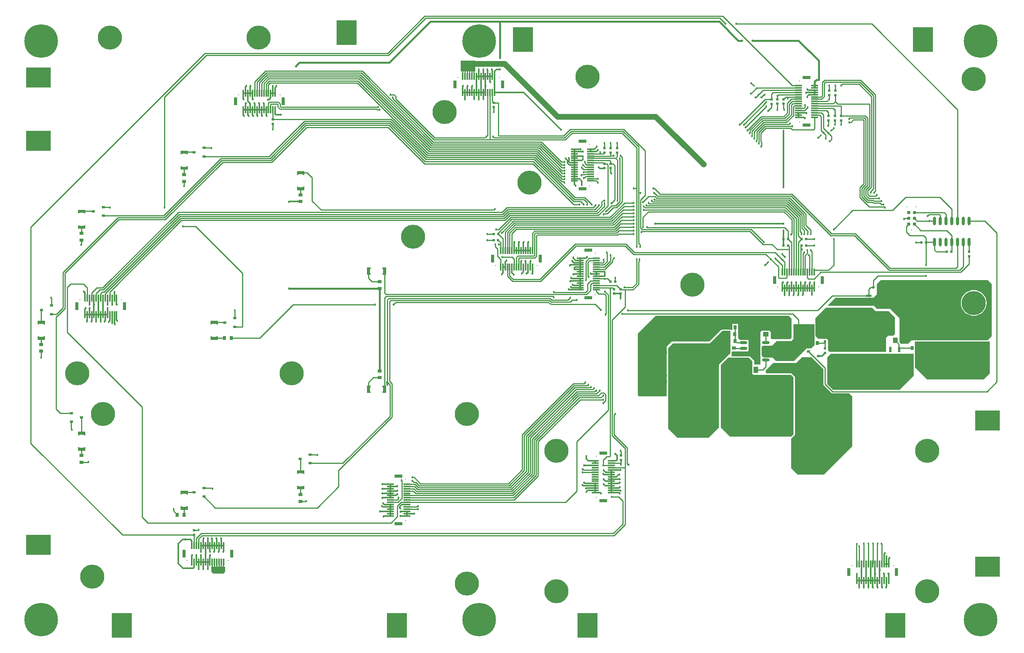
<source format=gtl>
G04 Layer_Physical_Order=1*
G04 Layer_Color=255*
%FSLAX25Y25*%
%MOIN*%
G70*
G01*
G75*
%ADD10R,0.02362X0.02362*%
%ADD11R,0.17323X0.21260*%
%ADD12R,0.21260X0.17323*%
%ADD13R,0.03937X0.05118*%
%ADD14R,0.02362X0.01968*%
%ADD15R,0.04331X0.10236*%
%ADD16R,0.10236X0.04331*%
%ADD17R,0.05118X0.03937*%
%ADD18R,0.36600X0.43600*%
%ADD19R,0.16900X0.06300*%
%ADD20R,0.07087X0.14173*%
%ADD21R,0.02756X0.03543*%
%ADD22R,0.03150X0.03543*%
%ADD23R,0.03543X0.03150*%
%ADD24R,0.04331X0.05512*%
%ADD25O,0.06693X0.02362*%
%ADD26R,0.09016X0.09016*%
%ADD27R,0.02953X0.02362*%
%ADD28R,0.02559X0.03543*%
%ADD29R,0.03150X0.07087*%
%ADD30R,0.01181X0.06299*%
%ADD31R,0.07087X0.03150*%
%ADD32R,0.06299X0.01181*%
%ADD33R,0.22047X0.05118*%
%ADD34R,0.02362X0.04724*%
%ADD35R,0.03543X0.02756*%
%ADD36R,0.01968X0.01181*%
%ADD37R,0.01181X0.01968*%
%ADD38C,0.03098*%
G04:AMPARAMS|DCode=39|XSize=14.17mil|YSize=9.84mil|CornerRadius=0mil|HoleSize=0mil|Usage=FLASHONLY|Rotation=225.000|XOffset=0mil|YOffset=0mil|HoleType=Round|Shape=Rectangle|*
%AMROTATEDRECTD39*
4,1,4,0.00153,0.00849,0.00849,0.00153,-0.00153,-0.00849,-0.00849,-0.00153,0.00153,0.00849,0.0*
%
%ADD39ROTATEDRECTD39*%

G04:AMPARAMS|DCode=40|XSize=14.17mil|YSize=9.84mil|CornerRadius=0mil|HoleSize=0mil|Usage=FLASHONLY|Rotation=315.000|XOffset=0mil|YOffset=0mil|HoleType=Round|Shape=Rectangle|*
%AMROTATEDRECTD40*
4,1,4,-0.00849,0.00153,-0.00153,0.00849,0.00849,-0.00153,0.00153,-0.00849,-0.00849,0.00153,0.0*
%
%ADD40ROTATEDRECTD40*%

G04:AMPARAMS|DCode=41|XSize=70.87mil|YSize=118.11mil|CornerRadius=0mil|HoleSize=0mil|Usage=FLASHONLY|Rotation=90.000|XOffset=0mil|YOffset=0mil|HoleType=Round|Shape=Octagon|*
%AMOCTAGOND41*
4,1,8,-0.05905,-0.01772,-0.05905,0.01772,-0.04134,0.03543,0.04134,0.03543,0.05905,0.01772,0.05905,-0.01772,0.04134,-0.03543,-0.04134,-0.03543,-0.05905,-0.01772,0.0*
%
%ADD41OCTAGOND41*%

%ADD42R,0.04724X0.01968*%
%ADD43R,0.06299X0.01968*%
%ADD44R,0.02362X0.02362*%
%ADD45O,0.02362X0.07480*%
%ADD46C,0.01180*%
%ADD47C,0.01000*%
%ADD48C,0.01500*%
%ADD49C,0.05000*%
%ADD50C,0.01181*%
%ADD51C,0.06693*%
%ADD52C,0.00394*%
%ADD53C,0.29134*%
%ADD54C,0.20866*%
%ADD55C,0.00787*%
%ADD56C,0.01800*%
%ADD57C,0.05000*%
G36*
X416096Y333100D02*
X415882Y332743D01*
X415534Y331987D01*
X415298Y331189D01*
X415178Y330366D01*
X415178Y329534D01*
X415298Y328711D01*
X415534Y327913D01*
X415882Y327157D01*
X416096Y326800D01*
X412682D01*
Y333100D01*
X416096D01*
X416096Y333100D01*
D02*
G37*
G36*
X425804Y333100D02*
X429218D01*
Y326800D01*
X425804D01*
X426018Y327157D01*
X426366Y327913D01*
X426602Y328711D01*
X426722Y329534D01*
X426722Y330366D01*
X426602Y331189D01*
X426366Y331987D01*
X426018Y332743D01*
X425804Y333100D01*
X425804Y333100D01*
D02*
G37*
G36*
X416096Y326800D02*
X416096Y326800D01*
X416096Y326800D01*
X416096D01*
X416096Y326800D01*
D02*
G37*
G36*
X747000Y354500D02*
Y343500D01*
X748000Y342500D01*
X780500D01*
X782500Y340500D01*
Y291000D01*
X780500Y289000D01*
X727500D01*
X719500Y297000D01*
Y351000D01*
X726000Y357500D01*
X744000D01*
X747000Y354500D01*
D02*
G37*
G36*
X168250Y289654D02*
X168250Y289654D01*
X167893Y289868D01*
X167137Y290216D01*
X166339Y290452D01*
X165516Y290572D01*
X164684Y290572D01*
X163861Y290452D01*
X163063Y290216D01*
X162307Y289868D01*
X161950Y289654D01*
X161950Y289654D01*
Y293068D01*
X168250D01*
Y289654D01*
D02*
G37*
G36*
X854000Y398000D02*
X865000D01*
X870500Y392500D01*
Y378000D01*
X869000Y376500D01*
X864500D01*
X863000Y375000D01*
Y362500D01*
X814000D01*
X812500Y364000D01*
Y373000D01*
X811500Y374000D01*
X804000D01*
X801500Y376500D01*
Y392000D01*
X810500Y401000D01*
X851000D01*
X854000Y398000D01*
D02*
G37*
G36*
X954500Y421500D02*
Y376000D01*
X951000Y372500D01*
X885000D01*
X882000Y369500D01*
X876000D01*
X874500Y371000D01*
Y392000D01*
X866500Y400000D01*
X855000D01*
X852500Y402500D01*
X812653D01*
X812462Y402962D01*
X819000Y409500D01*
X852000D01*
X855000Y412500D01*
Y421500D01*
X858500Y425000D01*
X951000D01*
X954500Y421500D01*
D02*
G37*
G36*
X800786Y386214D02*
Y376500D01*
X800841Y376227D01*
X800995Y375995D01*
X801000Y375991D01*
Y368500D01*
X798000Y365500D01*
X794000D01*
X783000Y354500D01*
X767500D01*
X764500Y357500D01*
X757000D01*
X755000Y359500D01*
Y367000D01*
X756000Y368000D01*
X764000D01*
X768000Y372000D01*
X780500D01*
X782500Y374000D01*
Y386000D01*
X783000Y386500D01*
X800500D01*
X800786Y386214D01*
D02*
G37*
G36*
X887000Y342000D02*
X874500Y329500D01*
X817000D01*
X812000Y334500D01*
Y358000D01*
X815000Y361000D01*
X887000D01*
Y342000D01*
D02*
G37*
G36*
X953000Y344000D02*
X947500Y338500D01*
X898500D01*
X888000Y349000D01*
Y371500D01*
X953000D01*
Y344000D01*
D02*
G37*
G36*
X728000Y361500D02*
X718000Y351500D01*
Y297000D01*
X709000Y288000D01*
X682000D01*
X674000Y296000D01*
Y366000D01*
X675500Y367500D01*
X678000Y370000D01*
X710000D01*
X721000Y381000D01*
X728000D01*
Y361500D01*
D02*
G37*
G36*
X257150Y238354D02*
X257150Y238354D01*
X256792Y238568D01*
X256037Y238916D01*
X255239Y239152D01*
X254416Y239272D01*
X253584Y239272D01*
X252761Y239152D01*
X251963Y238916D01*
X251207Y238568D01*
X250850Y238354D01*
X250850Y238354D01*
Y241768D01*
X257150D01*
Y238354D01*
D02*
G37*
G36*
X351850Y246496D02*
X352207Y246282D01*
X352963Y245934D01*
X353761Y245698D01*
X354584Y245578D01*
X355416Y245578D01*
X356239Y245698D01*
X357037Y245934D01*
X357793Y246282D01*
X358150Y246496D01*
Y243082D01*
X351850D01*
Y246496D01*
X351850Y246496D01*
D02*
G37*
G36*
X257150Y228646D02*
X257150Y228646D01*
D01*
X257150Y228646D01*
Y228646D01*
D02*
G37*
G36*
X288732Y175831D02*
X289500D01*
Y171500D01*
X288000Y170000D01*
X279000D01*
X277500Y171500D01*
Y175831D01*
X277890D01*
Y179980D01*
X278890D01*
Y175831D01*
X279858D01*
Y179980D01*
X280858D01*
Y175831D01*
X281827D01*
Y179980D01*
X282827D01*
Y175831D01*
X283795D01*
Y179980D01*
X284795D01*
Y175831D01*
X285764D01*
Y179980D01*
X286764D01*
Y175831D01*
X287732D01*
Y179980D01*
X288732D01*
Y175831D01*
D02*
G37*
G36*
X250850Y228646D02*
X251207Y228432D01*
X251963Y228084D01*
X252761Y227848D01*
X253584Y227728D01*
X254416Y227728D01*
X255239Y227848D01*
X256037Y228084D01*
X256793Y228432D01*
X257150Y228646D01*
Y225232D01*
X250850D01*
Y228646D01*
X250850Y228646D01*
D02*
G37*
G36*
X161950Y279946D02*
X162308Y279732D01*
X163063Y279384D01*
X163861Y279148D01*
X164684Y279028D01*
X165516Y279028D01*
X166339Y279148D01*
X167137Y279384D01*
X167893Y279732D01*
X168250Y279946D01*
Y276532D01*
X161950D01*
Y279946D01*
X161950Y279946D01*
D02*
G37*
G36*
X168250Y279946D02*
X168250Y279946D01*
D01*
X168250Y279946D01*
Y279946D01*
D02*
G37*
G36*
X358150Y256204D02*
X358150Y256204D01*
X357792Y256418D01*
X357037Y256766D01*
X356239Y257002D01*
X355416Y257122D01*
X354584Y257122D01*
X353761Y257002D01*
X352963Y256766D01*
X352207Y256418D01*
X351850Y256204D01*
X351850Y256204D01*
Y259618D01*
X358150D01*
Y256204D01*
D02*
G37*
G36*
X358150Y246496D02*
X358150Y246496D01*
D01*
X358150Y246496D01*
Y246496D01*
D02*
G37*
G36*
X808500Y347500D02*
Y334000D01*
X816000Y326500D01*
X831000D01*
X833500Y324000D01*
Y280500D01*
X809000Y256000D01*
X786000D01*
X780500Y261500D01*
Y287000D01*
X784000Y290500D01*
Y341000D01*
X781000Y344000D01*
X759000D01*
X758500Y344500D01*
Y346500D01*
X765000Y353000D01*
X785000D01*
X790000Y358000D01*
X798000D01*
X808500Y347500D01*
D02*
G37*
G36*
X351850Y506296D02*
X352207Y506082D01*
X352963Y505734D01*
X353761Y505498D01*
X354584Y505378D01*
X355416Y505378D01*
X356239Y505498D01*
X357037Y505734D01*
X357793Y506082D01*
X358150Y506296D01*
Y502882D01*
X351850D01*
Y506296D01*
X351850Y506296D01*
D02*
G37*
G36*
X358150Y506296D02*
X358150Y506296D01*
D01*
X358150Y506296D01*
Y506296D01*
D02*
G37*
G36*
X168250Y482554D02*
X168250Y482554D01*
X167893Y482768D01*
X167137Y483116D01*
X166339Y483352D01*
X165516Y483472D01*
X164684Y483472D01*
X163861Y483352D01*
X163063Y483116D01*
X162307Y482768D01*
X161950Y482554D01*
X161950Y482554D01*
Y485968D01*
X168250D01*
Y482554D01*
D02*
G37*
G36*
X161950Y472846D02*
X162308Y472632D01*
X163063Y472284D01*
X163861Y472048D01*
X164684Y471928D01*
X165516Y471928D01*
X166339Y472048D01*
X167137Y472284D01*
X167893Y472632D01*
X168250Y472846D01*
Y469432D01*
X161950D01*
Y472846D01*
X161950Y472846D01*
D02*
G37*
G36*
X168250Y472846D02*
X168250Y472846D01*
D01*
X168250Y472846D01*
Y472846D01*
D02*
G37*
G36*
X257150Y533854D02*
X257150Y533854D01*
X256792Y534068D01*
X256037Y534416D01*
X255239Y534652D01*
X254416Y534772D01*
X253584Y534772D01*
X252761Y534652D01*
X251963Y534416D01*
X251207Y534068D01*
X250850Y533854D01*
X250850Y533854D01*
Y537268D01*
X257150D01*
Y533854D01*
D02*
G37*
G36*
X506500Y606150D02*
X506095D01*
Y602000D01*
X505094D01*
Y606150D01*
X504126D01*
Y602000D01*
X503126D01*
Y606150D01*
X502157D01*
Y602000D01*
X501157D01*
Y606150D01*
X500189D01*
Y602000D01*
X499189D01*
Y606150D01*
X498220D01*
Y602000D01*
X497220D01*
Y606150D01*
X496252D01*
Y602000D01*
X495252D01*
Y606150D01*
X494161D01*
X494000Y606583D01*
Y615500D01*
X506500D01*
Y606150D01*
D02*
G37*
G36*
X257150Y524146D02*
X257150Y524146D01*
D01*
X257150Y524146D01*
Y524146D01*
D02*
G37*
G36*
X358150Y516004D02*
X358150Y516004D01*
X357792Y516218D01*
X357037Y516566D01*
X356239Y516802D01*
X355416Y516922D01*
X354584Y516922D01*
X353761Y516802D01*
X352963Y516566D01*
X352207Y516218D01*
X351850Y516004D01*
X351850Y516004D01*
Y519418D01*
X358150D01*
Y516004D01*
D02*
G37*
G36*
X250850Y524146D02*
X251207Y523932D01*
X251963Y523584D01*
X252761Y523348D01*
X253584Y523228D01*
X254416Y523228D01*
X255239Y523348D01*
X256037Y523584D01*
X256793Y523932D01*
X257150Y524146D01*
Y520732D01*
X250850D01*
Y524146D01*
X250850Y524146D01*
D02*
G37*
G36*
X425804Y435700D02*
X429218D01*
Y429400D01*
X425804D01*
X426018Y429757D01*
X426366Y430513D01*
X426602Y431311D01*
X426722Y432134D01*
X426722Y432966D01*
X426602Y433789D01*
X426366Y434587D01*
X426018Y435343D01*
X425804Y435700D01*
X425804Y435700D01*
D02*
G37*
G36*
X133150Y376396D02*
X133150Y376396D01*
D01*
X133150Y376396D01*
Y376396D01*
D02*
G37*
G36*
X283150D02*
X283150Y376396D01*
D01*
X283150Y376396D01*
Y376396D01*
D02*
G37*
G36*
X781000Y391500D02*
Y375000D01*
X779500Y373500D01*
X764000D01*
X763000Y374500D01*
Y380000D01*
X762000Y381000D01*
X755000D01*
X754000Y380000D01*
Y352000D01*
X753500Y351500D01*
X749000D01*
X748500Y352000D01*
Y355000D01*
X745000Y358500D01*
X729000D01*
Y362500D01*
X729500Y363000D01*
X743000D01*
X743500Y363500D01*
Y372500D01*
X743000Y373000D01*
X736000D01*
X734500Y374500D01*
Y386500D01*
X734000Y387000D01*
X729500D01*
Y381500D01*
X728508D01*
X728505Y381505D01*
X728273Y381659D01*
X728000Y381714D01*
X721000D01*
X720727Y381659D01*
X720495Y381505D01*
X720491Y381500D01*
X719500D01*
X709500Y371500D01*
X677000D01*
X672500Y367000D01*
Y324500D01*
X672000Y324000D01*
X648500D01*
X647500Y325000D01*
Y378500D01*
X663000Y394000D01*
X778500D01*
X781000Y391500D01*
D02*
G37*
G36*
X126850Y376396D02*
X127208Y376182D01*
X127963Y375834D01*
X128761Y375598D01*
X129584Y375478D01*
X130416Y375478D01*
X131239Y375598D01*
X132037Y375834D01*
X132793Y376182D01*
X133150Y376396D01*
Y372982D01*
X126850D01*
Y376396D01*
X126850Y376396D01*
D02*
G37*
G36*
X276850D02*
X277207Y376182D01*
X277963Y375834D01*
X278761Y375598D01*
X279584Y375478D01*
X280416Y375478D01*
X281239Y375598D01*
X282037Y375834D01*
X282793Y376182D01*
X283150Y376396D01*
Y372982D01*
X276850D01*
Y376396D01*
X276850Y376396D01*
D02*
G37*
G36*
X416096Y435700D02*
X415882Y435343D01*
X415534Y434587D01*
X415298Y433789D01*
X415178Y432966D01*
X415178Y432134D01*
X415298Y431311D01*
X415534Y430513D01*
X415882Y429757D01*
X416096Y429400D01*
X412682D01*
Y435700D01*
X416096D01*
X416096Y435700D01*
D02*
G37*
G36*
X416096Y429400D02*
X416096Y429400D01*
X416096Y429400D01*
X416096D01*
X416096Y429400D01*
D02*
G37*
G36*
X133150Y386104D02*
X133150Y386104D01*
X132792Y386318D01*
X132037Y386666D01*
X131239Y386902D01*
X130416Y387022D01*
X129584Y387022D01*
X128761Y386902D01*
X127963Y386666D01*
X127207Y386318D01*
X126850Y386104D01*
X126850Y386104D01*
Y389518D01*
X133150D01*
Y386104D01*
D02*
G37*
G36*
X283150D02*
X283150Y386104D01*
X282792Y386318D01*
X282037Y386666D01*
X281239Y386902D01*
X280416Y387022D01*
X279584Y387022D01*
X278761Y386902D01*
X277963Y386666D01*
X277207Y386318D01*
X276850Y386104D01*
X276850Y386104D01*
Y389518D01*
X283150D01*
Y386104D01*
D02*
G37*
%LPC*%
G36*
X939000Y416167D02*
X937253Y416030D01*
X935549Y415621D01*
X933930Y414950D01*
X932436Y414035D01*
X931103Y412897D01*
X929965Y411564D01*
X929050Y410070D01*
X928379Y408451D01*
X927970Y406747D01*
X927833Y405000D01*
X927970Y403253D01*
X928379Y401549D01*
X929050Y399930D01*
X929965Y398436D01*
X931103Y397103D01*
X932436Y395965D01*
X933930Y395050D01*
X935549Y394379D01*
X937253Y393970D01*
X939000Y393832D01*
X940747Y393970D01*
X942451Y394379D01*
X944070Y395050D01*
X945564Y395965D01*
X946897Y397103D01*
X948035Y398436D01*
X948950Y399930D01*
X949621Y401549D01*
X950030Y403253D01*
X950167Y405000D01*
X950030Y406747D01*
X949621Y408451D01*
X948950Y410070D01*
X948035Y411564D01*
X946897Y412897D01*
X945564Y414035D01*
X944070Y414950D01*
X942451Y415621D01*
X940747Y416030D01*
X939000Y416167D01*
D02*
G37*
%LPD*%
D10*
X810000Y361531D02*
D03*
Y365469D02*
D03*
Y371500D02*
D03*
Y375437D02*
D03*
X633000Y272437D02*
D03*
Y268500D02*
D03*
X935000Y449469D02*
D03*
Y445532D02*
D03*
X813500Y589468D02*
D03*
Y585532D02*
D03*
X824000Y563531D02*
D03*
Y567469D02*
D03*
X813000Y567469D02*
D03*
Y563531D02*
D03*
X818500Y563531D02*
D03*
Y567469D02*
D03*
X774000Y578031D02*
D03*
Y581968D02*
D03*
X768500Y581968D02*
D03*
Y578031D02*
D03*
X763500Y578000D02*
D03*
Y581937D02*
D03*
X624000Y522031D02*
D03*
Y525969D02*
D03*
X618500Y525969D02*
D03*
Y522031D02*
D03*
X629500Y539468D02*
D03*
Y535532D02*
D03*
X624000Y539468D02*
D03*
Y535532D02*
D03*
X618500Y539468D02*
D03*
Y535532D02*
D03*
X262500Y207469D02*
D03*
Y203532D02*
D03*
X522500Y575032D02*
D03*
Y578968D02*
D03*
X331000Y560532D02*
D03*
Y564468D02*
D03*
X819000Y589500D02*
D03*
Y585563D02*
D03*
X627000Y416968D02*
D03*
Y413031D02*
D03*
X632500Y417000D02*
D03*
Y413063D02*
D03*
D11*
X871000Y125000D02*
D03*
X604000D02*
D03*
X438500D02*
D03*
X200000D02*
D03*
X895000Y634000D02*
D03*
X548000D02*
D03*
X395000Y640000D02*
D03*
D12*
X951000Y303000D02*
D03*
Y176000D02*
D03*
X127500Y195000D02*
D03*
Y546000D02*
D03*
Y601000D02*
D03*
D13*
X676500Y329500D02*
D03*
X670201D02*
D03*
X870850Y372500D02*
D03*
X877150D02*
D03*
D14*
X672031Y336500D02*
D03*
X675969D02*
D03*
X672031Y342000D02*
D03*
X675969D02*
D03*
X672031Y362000D02*
D03*
X675969D02*
D03*
X855968Y418500D02*
D03*
X852032D02*
D03*
X893532Y457500D02*
D03*
X897468D02*
D03*
D15*
X677315Y352500D02*
D03*
X666685D02*
D03*
X877315Y383000D02*
D03*
X866685D02*
D03*
D16*
X691000Y364185D02*
D03*
Y374815D02*
D03*
X704500Y364185D02*
D03*
Y374815D02*
D03*
X773500Y365685D02*
D03*
Y376315D02*
D03*
X773500Y358815D02*
D03*
Y348185D02*
D03*
X834000Y394685D02*
D03*
Y405315D02*
D03*
D17*
X758500Y377850D02*
D03*
Y384150D02*
D03*
D18*
X759130Y318500D02*
D03*
D19*
X797713Y328500D02*
D03*
Y308500D02*
D03*
D20*
X700000Y331000D02*
D03*
X731890D02*
D03*
D21*
X726047Y384000D02*
D03*
X731953D02*
D03*
X731953Y372000D02*
D03*
X726047D02*
D03*
X248047Y221000D02*
D03*
X253953D02*
D03*
X294953Y374500D02*
D03*
X289047D02*
D03*
D22*
X731756Y378000D02*
D03*
X726244D02*
D03*
D23*
X731000Y360244D02*
D03*
Y365756D02*
D03*
D24*
X749953Y347000D02*
D03*
X744047D02*
D03*
D25*
X739354Y370500D02*
D03*
Y365500D02*
D03*
Y360500D02*
D03*
Y355500D02*
D03*
X758646Y370500D02*
D03*
Y365500D02*
D03*
Y360500D02*
D03*
Y355500D02*
D03*
D26*
X749000Y363000D02*
D03*
D27*
X804331Y359000D02*
D03*
X795669Y355260D02*
D03*
Y362740D02*
D03*
X262669Y536000D02*
D03*
X271331Y539740D02*
D03*
Y532260D02*
D03*
X262500Y240500D02*
D03*
X271161Y244240D02*
D03*
Y236760D02*
D03*
X354669Y269500D02*
D03*
X363331Y273240D02*
D03*
Y265760D02*
D03*
X289169Y388000D02*
D03*
X297831Y391740D02*
D03*
Y384260D02*
D03*
X130169Y399000D02*
D03*
X138831Y402740D02*
D03*
Y395260D02*
D03*
X175169Y484500D02*
D03*
X183831Y488240D02*
D03*
Y480760D02*
D03*
X156169Y309240D02*
D03*
Y301760D02*
D03*
X164831Y305500D02*
D03*
D28*
X795760Y370276D02*
D03*
X799500D02*
D03*
X803240D02*
D03*
Y379724D02*
D03*
X799500D02*
D03*
X795760D02*
D03*
X893240Y365724D02*
D03*
X889500D02*
D03*
X885760D02*
D03*
Y356276D02*
D03*
X889500D02*
D03*
X893240D02*
D03*
D29*
X872106Y171087D02*
D03*
X830768D02*
D03*
X521673Y443413D02*
D03*
X563012D02*
D03*
X530201Y594913D02*
D03*
X488862D02*
D03*
X766173Y424913D02*
D03*
X807512D02*
D03*
X339890Y580087D02*
D03*
X298551D02*
D03*
X202327Y402087D02*
D03*
X160988D02*
D03*
X253783Y187067D02*
D03*
X295122D02*
D03*
D30*
X837658Y178173D02*
D03*
X839626D02*
D03*
X841595D02*
D03*
X843563D02*
D03*
X845531D02*
D03*
X855374D02*
D03*
X853405D02*
D03*
X851437D02*
D03*
X849469D02*
D03*
X847500D02*
D03*
X865217D02*
D03*
X863248D02*
D03*
X861279D02*
D03*
X859311D02*
D03*
X857343D02*
D03*
Y164000D02*
D03*
X859311D02*
D03*
X861279D02*
D03*
X863248D02*
D03*
X865217D02*
D03*
X847500D02*
D03*
X849469D02*
D03*
X851437D02*
D03*
X853405D02*
D03*
X855374D02*
D03*
X845531D02*
D03*
X843563D02*
D03*
X841595D02*
D03*
X839626D02*
D03*
X837658D02*
D03*
X556122Y436327D02*
D03*
X554154D02*
D03*
X552185D02*
D03*
X550217D02*
D03*
X548248D02*
D03*
X538406D02*
D03*
X540374D02*
D03*
X542343D02*
D03*
X544311D02*
D03*
X546279D02*
D03*
X528563D02*
D03*
X530532D02*
D03*
X532500D02*
D03*
X534469D02*
D03*
X536437D02*
D03*
Y450500D02*
D03*
X534469D02*
D03*
X532500D02*
D03*
X530532D02*
D03*
X528563D02*
D03*
X546279D02*
D03*
X544311D02*
D03*
X542343D02*
D03*
X540374D02*
D03*
X538406D02*
D03*
X548248D02*
D03*
X550217D02*
D03*
X552185D02*
D03*
X554154D02*
D03*
X556122D02*
D03*
X495752Y602000D02*
D03*
X497720D02*
D03*
X499689D02*
D03*
X501657D02*
D03*
X503626D02*
D03*
X513469D02*
D03*
X511500D02*
D03*
X509531D02*
D03*
X507563D02*
D03*
X505594D02*
D03*
X523311D02*
D03*
X521343D02*
D03*
X519374D02*
D03*
X517406D02*
D03*
X515437D02*
D03*
Y587827D02*
D03*
X517406D02*
D03*
X519374D02*
D03*
X521343D02*
D03*
X523311D02*
D03*
X505594D02*
D03*
X507563D02*
D03*
X509531D02*
D03*
X511500D02*
D03*
X513469D02*
D03*
X503626D02*
D03*
X501657D02*
D03*
X499689D02*
D03*
X497720D02*
D03*
X495752D02*
D03*
X800622Y417827D02*
D03*
X798654D02*
D03*
X796685D02*
D03*
X794717D02*
D03*
X792748D02*
D03*
X782905D02*
D03*
X784874D02*
D03*
X786842D02*
D03*
X788811D02*
D03*
X790779D02*
D03*
X773063D02*
D03*
X775032D02*
D03*
X777000D02*
D03*
X778968D02*
D03*
X780937D02*
D03*
Y432000D02*
D03*
X778968D02*
D03*
X777000D02*
D03*
X775032D02*
D03*
X773063D02*
D03*
X790779D02*
D03*
X788811D02*
D03*
X786842D02*
D03*
X784874D02*
D03*
X782905D02*
D03*
X792748D02*
D03*
X794717D02*
D03*
X796685D02*
D03*
X798654D02*
D03*
X800622D02*
D03*
X305441Y587173D02*
D03*
X307409D02*
D03*
X309378D02*
D03*
X311347D02*
D03*
X313315D02*
D03*
X323158D02*
D03*
X321189D02*
D03*
X319220D02*
D03*
X317252D02*
D03*
X315283D02*
D03*
X333000D02*
D03*
X331031D02*
D03*
X329063D02*
D03*
X327095D02*
D03*
X325126D02*
D03*
Y573000D02*
D03*
X327095D02*
D03*
X329063D02*
D03*
X331031D02*
D03*
X333000D02*
D03*
X315283D02*
D03*
X317252D02*
D03*
X319220D02*
D03*
X321189D02*
D03*
X323158D02*
D03*
X313315D02*
D03*
X311347D02*
D03*
X309378D02*
D03*
X307409D02*
D03*
X305441D02*
D03*
X167878Y409173D02*
D03*
X169846D02*
D03*
X171815D02*
D03*
X173783D02*
D03*
X175752D02*
D03*
X185594D02*
D03*
X183626D02*
D03*
X181658D02*
D03*
X179689D02*
D03*
X177720D02*
D03*
X195437D02*
D03*
X193468D02*
D03*
X191500D02*
D03*
X189532D02*
D03*
X187563D02*
D03*
Y395000D02*
D03*
X189532D02*
D03*
X191500D02*
D03*
X193468D02*
D03*
X195437D02*
D03*
X177720D02*
D03*
X179689D02*
D03*
X181658D02*
D03*
X183626D02*
D03*
X185594D02*
D03*
X175752D02*
D03*
X173783D02*
D03*
X171815D02*
D03*
X169846D02*
D03*
X167878D02*
D03*
X288232Y179980D02*
D03*
X286264D02*
D03*
X284295D02*
D03*
X282327D02*
D03*
X280358D02*
D03*
X270516D02*
D03*
X272484D02*
D03*
X274453D02*
D03*
X276421D02*
D03*
X278390D02*
D03*
X260673D02*
D03*
X262642D02*
D03*
X264610D02*
D03*
X266579D02*
D03*
X268547D02*
D03*
Y194153D02*
D03*
X266579D02*
D03*
X264610D02*
D03*
X262642D02*
D03*
X260673D02*
D03*
X278390D02*
D03*
X276421D02*
D03*
X274453D02*
D03*
X272484D02*
D03*
X270516D02*
D03*
X280358D02*
D03*
X282327D02*
D03*
X284295D02*
D03*
X286264D02*
D03*
X288232D02*
D03*
D31*
X617587Y274638D02*
D03*
Y233299D02*
D03*
X440087Y213110D02*
D03*
Y254449D02*
D03*
X604587Y409488D02*
D03*
Y450827D02*
D03*
X599587Y504142D02*
D03*
Y545480D02*
D03*
X793913Y600732D02*
D03*
Y559394D02*
D03*
D32*
X610500Y240189D02*
D03*
Y242158D02*
D03*
Y244126D02*
D03*
Y246094D02*
D03*
Y248063D02*
D03*
Y257906D02*
D03*
Y255937D02*
D03*
Y253969D02*
D03*
Y252000D02*
D03*
Y250031D02*
D03*
Y267748D02*
D03*
Y265779D02*
D03*
Y263811D02*
D03*
Y261842D02*
D03*
Y259874D02*
D03*
X624673D02*
D03*
Y261842D02*
D03*
Y263811D02*
D03*
Y265779D02*
D03*
Y267748D02*
D03*
Y250031D02*
D03*
Y252000D02*
D03*
Y253969D02*
D03*
Y255937D02*
D03*
Y257906D02*
D03*
Y248063D02*
D03*
Y246094D02*
D03*
Y244126D02*
D03*
Y242158D02*
D03*
Y240189D02*
D03*
X447173Y247559D02*
D03*
Y245591D02*
D03*
Y243622D02*
D03*
Y241653D02*
D03*
Y239685D02*
D03*
Y229842D02*
D03*
Y231811D02*
D03*
Y233780D02*
D03*
Y235748D02*
D03*
Y237717D02*
D03*
Y220000D02*
D03*
Y221969D02*
D03*
Y223937D02*
D03*
Y225905D02*
D03*
Y227874D02*
D03*
X433000D02*
D03*
Y225905D02*
D03*
Y223937D02*
D03*
Y221969D02*
D03*
Y220000D02*
D03*
Y237717D02*
D03*
Y235748D02*
D03*
Y233780D02*
D03*
Y231811D02*
D03*
Y229842D02*
D03*
Y239685D02*
D03*
Y241653D02*
D03*
Y243622D02*
D03*
Y245591D02*
D03*
Y247559D02*
D03*
X611673Y443937D02*
D03*
Y441969D02*
D03*
Y440000D02*
D03*
Y438031D02*
D03*
Y436063D02*
D03*
Y426221D02*
D03*
Y428189D02*
D03*
Y430158D02*
D03*
Y432126D02*
D03*
Y434094D02*
D03*
Y416378D02*
D03*
Y418347D02*
D03*
Y420315D02*
D03*
Y422284D02*
D03*
Y424252D02*
D03*
X597500D02*
D03*
Y422284D02*
D03*
Y420315D02*
D03*
Y418347D02*
D03*
Y416378D02*
D03*
Y434094D02*
D03*
Y432126D02*
D03*
Y430158D02*
D03*
Y428189D02*
D03*
Y426221D02*
D03*
Y436063D02*
D03*
Y438031D02*
D03*
Y440000D02*
D03*
Y441969D02*
D03*
Y443937D02*
D03*
X606673Y538591D02*
D03*
Y536622D02*
D03*
Y534654D02*
D03*
Y532685D02*
D03*
Y530717D02*
D03*
Y520874D02*
D03*
Y522843D02*
D03*
Y524811D02*
D03*
Y526780D02*
D03*
Y528748D02*
D03*
Y511031D02*
D03*
Y513000D02*
D03*
Y514968D02*
D03*
Y516937D02*
D03*
Y518905D02*
D03*
X592500D02*
D03*
Y516937D02*
D03*
Y514968D02*
D03*
Y513000D02*
D03*
Y511031D02*
D03*
Y528748D02*
D03*
Y526780D02*
D03*
Y524811D02*
D03*
Y522843D02*
D03*
Y520874D02*
D03*
Y530717D02*
D03*
Y532685D02*
D03*
Y534654D02*
D03*
Y536622D02*
D03*
Y538591D02*
D03*
X786827Y566283D02*
D03*
Y568252D02*
D03*
Y570220D02*
D03*
Y572189D02*
D03*
Y574157D02*
D03*
Y584000D02*
D03*
Y582031D02*
D03*
Y580063D02*
D03*
Y578094D02*
D03*
Y576126D02*
D03*
Y593843D02*
D03*
Y591874D02*
D03*
Y589906D02*
D03*
Y587937D02*
D03*
Y585968D02*
D03*
X801000D02*
D03*
Y587937D02*
D03*
Y589906D02*
D03*
Y591874D02*
D03*
Y593843D02*
D03*
Y576126D02*
D03*
Y578094D02*
D03*
Y580063D02*
D03*
Y582031D02*
D03*
Y584000D02*
D03*
Y574157D02*
D03*
Y572189D02*
D03*
Y570220D02*
D03*
Y568252D02*
D03*
Y566283D02*
D03*
D33*
X825500Y367500D02*
D03*
Y339547D02*
D03*
X850500Y367500D02*
D03*
Y339547D02*
D03*
D34*
X874240Y364543D02*
D03*
X866760D02*
D03*
X870500Y357457D02*
D03*
D35*
X254000Y510547D02*
D03*
Y516453D02*
D03*
X165000Y266547D02*
D03*
Y272453D02*
D03*
X355000Y232547D02*
D03*
Y238453D02*
D03*
X355000Y498953D02*
D03*
Y493047D02*
D03*
X423500Y340047D02*
D03*
Y345953D02*
D03*
X423500Y423453D02*
D03*
Y417547D02*
D03*
X130000Y363047D02*
D03*
Y368953D02*
D03*
X165000Y459547D02*
D03*
Y465453D02*
D03*
D36*
X254000Y240587D02*
D03*
Y226413D02*
D03*
X355000Y504063D02*
D03*
Y518237D02*
D03*
Y244263D02*
D03*
Y258437D02*
D03*
X254000Y521913D02*
D03*
Y536087D02*
D03*
X280000Y388337D02*
D03*
Y374163D02*
D03*
X165100Y484787D02*
D03*
Y470613D02*
D03*
X130000Y388337D02*
D03*
Y374163D02*
D03*
X165100Y277713D02*
D03*
Y291887D02*
D03*
D37*
X413863Y329950D02*
D03*
X428037D02*
D03*
Y432550D02*
D03*
X413863D02*
D03*
D38*
X887500Y473500D02*
D03*
X882500D02*
D03*
X887500Y478500D02*
D03*
Y483500D02*
D03*
X882500Y478500D02*
D03*
Y483500D02*
D03*
D39*
X773000Y442500D02*
D03*
X775339Y444838D02*
D03*
X763000Y443000D02*
D03*
X760662Y440661D02*
D03*
X813000Y552500D02*
D03*
X815339Y554839D02*
D03*
X808500Y553000D02*
D03*
X806161Y550662D02*
D03*
D40*
X750500Y591500D02*
D03*
X748162Y593839D02*
D03*
X752162Y585839D02*
D03*
X754500Y583500D02*
D03*
D41*
X857843Y405406D02*
D03*
D42*
X848000Y399500D02*
D03*
Y411311D02*
D03*
D43*
X848787Y405406D02*
D03*
D44*
X915532Y449500D02*
D03*
X919468D02*
D03*
X522532Y465000D02*
D03*
X526469D02*
D03*
X522500Y459500D02*
D03*
X526437D02*
D03*
X793469Y460500D02*
D03*
X789532D02*
D03*
X793469Y455000D02*
D03*
X789532D02*
D03*
X777937Y460500D02*
D03*
X774000D02*
D03*
X778000Y455000D02*
D03*
X774063D02*
D03*
X627969Y423500D02*
D03*
X624031D02*
D03*
D45*
X905000Y457748D02*
D03*
X910000D02*
D03*
X915000D02*
D03*
X920000D02*
D03*
X925000D02*
D03*
X930000D02*
D03*
X935000D02*
D03*
X905000Y476252D02*
D03*
X910000D02*
D03*
X915000D02*
D03*
X920000D02*
D03*
X925000D02*
D03*
X930000D02*
D03*
X935000D02*
D03*
D46*
X807469Y359000D02*
X810000Y361531D01*
X804331Y359000D02*
X807469D01*
X345000Y493000D02*
X345047Y493047D01*
X355000D01*
X628000Y274000D02*
X629500Y272500D01*
Y268496D02*
Y272500D01*
X628752Y267748D02*
X629500Y268496D01*
X624673Y267748D02*
X628752D01*
X610500Y265779D02*
Y267748D01*
X603000Y269500D02*
Y272000D01*
Y269500D02*
X604752Y267748D01*
X610500D01*
X262000Y174500D02*
X262642Y175142D01*
X253000Y174500D02*
X262000D01*
X262642Y175142D02*
Y179980D01*
X252500Y199500D02*
X255000D01*
X249000Y196000D02*
X252500Y199500D01*
X249000Y178500D02*
Y196000D01*
Y178500D02*
X253000Y174500D01*
X523311Y587827D02*
X548673D01*
X581000Y555500D01*
X600000Y532000D02*
Y532500D01*
X599815Y532685D02*
X600000Y532500D01*
X613500Y523000D02*
X614500Y522000D01*
X618469D01*
X618500Y522031D01*
X662500Y474000D02*
X774000D01*
X632500Y409000D02*
Y413063D01*
X632469Y413031D02*
X632500Y413063D01*
X627000Y413031D02*
X632469D01*
X774063Y455000D02*
Y467937D01*
X774000Y505500D02*
Y554500D01*
Y468000D02*
X774063Y467937D01*
X255000Y199500D02*
X259500D01*
X260673Y198327D01*
Y194153D02*
Y198327D01*
X286000Y200500D02*
X286264Y200236D01*
X282000Y200500D02*
X282327Y200173D01*
X284000Y189000D02*
X284295Y189295D01*
X333000Y569000D02*
Y573000D01*
Y569000D02*
X333500Y568500D01*
X338000D01*
X523311Y602000D02*
Y606311D01*
X524811Y607811D01*
X527811D01*
X528000Y608000D01*
X523311Y587827D02*
Y602000D01*
X529500Y430000D02*
X530532Y431032D01*
Y436327D01*
X532500Y441000D02*
X533500Y442000D01*
X532500Y436327D02*
Y441000D01*
X530532Y436327D02*
X532500D01*
X538406Y431095D02*
X540000Y429500D01*
X538406Y431095D02*
Y436327D01*
X540374Y457874D02*
X540500Y458000D01*
X540374Y450500D02*
Y457874D01*
X544311Y457811D02*
X544500Y458000D01*
X544311Y450500D02*
Y457811D01*
X548248Y457748D02*
X548500Y458000D01*
X548248Y450500D02*
Y457748D01*
X552185Y457685D02*
X552500Y458000D01*
X552185Y450500D02*
Y457685D01*
Y450500D02*
X554154D01*
X550217D02*
X552185D01*
X548248D02*
X550217D01*
X546279D02*
X548248D01*
X544311D02*
X546279D01*
X542343D02*
X544311D01*
X540374D02*
X542343D01*
X863248Y178173D02*
X865217D01*
X861279D02*
X863248D01*
X857343Y164000D02*
Y173158D01*
X855374Y164000D02*
X857343D01*
X853405D02*
X855374D01*
X851437D02*
X853405D01*
X849469D02*
X851437D01*
X847500D02*
X849469D01*
X845531D02*
X847500D01*
X843563D02*
X845531D01*
X841595D02*
X843563D01*
X839626D02*
X841595D01*
X837658D02*
X839626D01*
X610500Y246094D02*
Y248063D01*
Y244126D02*
Y246094D01*
Y242158D02*
Y244126D01*
Y240189D02*
Y242158D01*
X624673Y257906D02*
Y259874D01*
Y255937D02*
Y257906D01*
Y253969D02*
Y255937D01*
Y252000D02*
Y253969D01*
Y250031D02*
Y252000D01*
Y248063D02*
Y250031D01*
Y246094D02*
Y248063D01*
Y244126D02*
Y246094D01*
Y242158D02*
Y244126D01*
Y240189D02*
Y242158D01*
X447173Y221969D02*
Y223937D01*
Y220000D02*
Y221969D01*
X433000Y245591D02*
Y247559D01*
Y243622D02*
Y245591D01*
Y241653D02*
Y243622D01*
Y239685D02*
Y241653D01*
Y237717D02*
Y239685D01*
Y235748D02*
Y237717D01*
X274453Y179980D02*
X276421D01*
X272484D02*
X274453D01*
X270516D02*
X272484D01*
X268547D02*
X270516D01*
X266579D02*
X268547D01*
X264610D02*
X266579D01*
X286264Y194153D02*
X288232D01*
X284295D02*
X286264D01*
X282327D02*
X284295D01*
X280358D02*
X282327D01*
X278390D02*
X280358D01*
X276421D02*
X278390D01*
X274453D02*
X276421D01*
X272484D02*
X274453D01*
X270516D02*
X272484D01*
X268547D02*
X270516D01*
X175752Y395000D02*
Y403748D01*
X185594Y395000D02*
X187563D01*
X183626D02*
X185594D01*
X181658D02*
X183626D01*
X179689D02*
X181658D01*
X177720D02*
X179689D01*
X175752D02*
X177720D01*
X173783D02*
X175752D01*
X171815D02*
X173783D01*
X169846D02*
X171815D01*
X167878D02*
X169846D01*
X323158Y573000D02*
X325126D01*
X321189D02*
X323158D01*
X319220D02*
X321189D01*
X317252D02*
X319220D01*
X315283D02*
X317252D01*
X313315D02*
X315283D01*
X311347D02*
X313315D01*
X309378D02*
X311347D01*
X307409D02*
X309378D01*
X305441D02*
X307409D01*
X331031Y587173D02*
X333000D01*
X329063D02*
X331031D01*
X311347D02*
X313315D01*
X309378D02*
X311347D01*
X307409D02*
X309378D01*
X305441D02*
X307409D01*
X515437Y593437D02*
Y602000D01*
X519374D02*
X521343D01*
X517406D02*
X519374D01*
X515437D02*
X517406D01*
X513469D02*
X515437D01*
X511500D02*
X513469D01*
X509531D02*
X511500D01*
X507563D02*
X509531D01*
X606673Y536622D02*
Y538591D01*
X801000Y587937D02*
Y589906D01*
Y585968D02*
Y587937D01*
X798654Y417827D02*
X800622D01*
X796685D02*
X798654D01*
X794717D02*
X796685D01*
X792748D02*
X794717D01*
X790779D02*
X792748D01*
X788811D02*
X790779D01*
X786842D02*
X788811D01*
X784874D02*
X786842D01*
X782905D02*
X784874D01*
X780937D02*
X782905D01*
X778968D02*
X780937D01*
X777000D02*
X778968D01*
X775032D02*
X777000D01*
X773063D02*
X775032D01*
X513469Y587827D02*
X515437D01*
X511500D02*
X513469D01*
X509531D02*
X511500D01*
X507563D02*
X509531D01*
X505594D02*
X507563D01*
X503626D02*
X505594D01*
X501657D02*
X503626D01*
X499689D02*
X501657D01*
X497720D02*
X499689D01*
X495752D02*
X497720D01*
X511500Y593500D02*
Y597000D01*
X849469Y169468D02*
Y173031D01*
X845500Y169500D02*
X845531Y169532D01*
X841500Y173000D02*
X841595Y172906D01*
Y164000D02*
Y172906D01*
X591500Y430000D02*
X591657Y430158D01*
X597500D01*
Y424252D02*
Y426221D01*
Y422284D02*
Y424252D01*
Y420315D02*
Y422284D01*
Y418347D02*
Y420315D01*
Y416378D02*
Y418347D01*
X433000Y227874D02*
Y229842D01*
Y225905D02*
Y227874D01*
Y223937D02*
Y225905D01*
Y221969D02*
Y223937D01*
Y220000D02*
Y221969D01*
X786827Y568252D02*
Y570220D01*
Y566283D02*
Y568252D01*
X592500Y536622D02*
Y538591D01*
Y534654D02*
Y536622D01*
Y532685D02*
Y534654D01*
Y530717D02*
Y532685D01*
Y528748D02*
Y530717D01*
Y526780D02*
Y528748D01*
X597500Y441969D02*
Y443937D01*
Y440000D02*
Y441969D01*
Y438031D02*
Y440000D01*
Y436063D02*
Y438031D01*
Y434094D02*
Y436063D01*
Y432126D02*
Y434094D01*
Y430158D02*
Y432126D01*
Y428189D02*
Y430158D01*
X611673D02*
Y432126D01*
Y428189D02*
Y430158D01*
X618690Y428190D02*
X619000Y428500D01*
Y432000D01*
X309378Y580122D02*
X311000Y578500D01*
X588500Y437500D02*
X589032Y438031D01*
X593063Y436063D02*
X597500D01*
X592594Y435595D02*
X593063Y436063D01*
X592594Y434094D02*
Y435595D01*
X272484Y185984D02*
Y189016D01*
X183500Y403500D02*
X183626Y403374D01*
Y395000D02*
Y403374D01*
X179500Y403500D02*
X179689Y403311D01*
Y395000D02*
Y403311D01*
X589032Y438031D02*
X597500D01*
X590500Y441500D02*
X592000Y440000D01*
X597500D01*
X591500Y444000D02*
Y444500D01*
Y444000D02*
X593531Y441969D01*
X597500D01*
X602437Y443937D02*
X603500Y445000D01*
X597500Y443937D02*
X602437D01*
X592594Y434094D02*
X597500D01*
X606500Y430500D02*
X606843Y430158D01*
X611673D01*
X618874Y432126D02*
X619000Y432000D01*
X611673Y432126D02*
X618874D01*
X611674Y428190D02*
X618690D01*
X611673Y428189D02*
X611674Y428190D01*
X585000Y530500D02*
X586500Y529000D01*
Y526500D02*
Y529000D01*
Y526500D02*
X588189Y524811D01*
X592500D01*
X587500Y531000D02*
X588000Y530500D01*
Y527500D02*
Y530500D01*
Y527500D02*
X588721Y526780D01*
X592500D01*
X599000Y507500D02*
Y511000D01*
X597000Y513000D02*
X599000Y511000D01*
X592500Y513000D02*
X597000D01*
X592500Y524811D02*
Y526780D01*
Y522843D02*
Y524811D01*
Y520874D02*
Y522843D01*
Y518905D02*
Y520874D01*
Y516937D02*
Y518905D01*
Y514968D02*
Y516937D01*
Y513000D02*
Y514968D01*
Y511031D02*
Y513000D01*
Y508000D02*
X593500Y507000D01*
X592500Y508000D02*
Y511031D01*
X597909Y538591D02*
X598000Y538500D01*
X592500Y538591D02*
X597909D01*
X599878Y536622D02*
X600000Y536500D01*
X592500Y536622D02*
X599878D01*
X592500Y532685D02*
X599815D01*
X600000Y529500D02*
Y530000D01*
X599248Y528748D02*
X600000Y529500D01*
X592500Y528748D02*
X599248D01*
X612000Y540500D02*
Y541000D01*
X610091Y538591D02*
X612000Y540500D01*
X606673Y538591D02*
X610091D01*
X611622Y536622D02*
X613000Y538000D01*
X606673Y536622D02*
X611622D01*
X437716Y237717D02*
X439000Y239000D01*
X433000Y237717D02*
X437716D01*
X438654Y241653D02*
X439000Y242000D01*
X433000Y241653D02*
X438654D01*
X438591Y245591D02*
X439000Y246000D01*
X433000Y245591D02*
X438591D01*
X426000Y247500D02*
X426059Y247559D01*
X433000D01*
X426000Y243500D02*
X426122Y243622D01*
X433000D01*
X426000Y239500D02*
X426185Y239685D01*
X433000D01*
X426000Y235500D02*
X426248Y235748D01*
X433000D01*
X441500Y220000D02*
X447173D01*
X453469Y221969D02*
X453500Y222000D01*
X447173Y221969D02*
X453469D01*
X441500Y223500D02*
X441937Y223937D01*
X447173D01*
X441000Y227000D02*
X441500Y226500D01*
X441000Y227000D02*
Y227969D01*
X442874Y229842D01*
X447173D01*
X274453Y174047D02*
X274500Y174000D01*
X274453Y174047D02*
Y179980D01*
X266500Y174000D02*
X266579Y174079D01*
Y179980D01*
X270500Y174000D02*
X270516Y174016D01*
Y179980D01*
X260673Y185673D02*
X261000Y186000D01*
X260673Y179980D02*
Y185673D01*
X264500Y186000D02*
X264610Y185890D01*
Y179980D02*
Y185890D01*
X268500Y186000D02*
X268547Y185953D01*
Y179980D02*
Y185953D01*
X272484Y185984D02*
X272500Y186000D01*
X272484Y179980D02*
Y185984D01*
Y189016D02*
X272500Y189000D01*
X276421Y185921D02*
X276500Y186000D01*
X276421Y179980D02*
Y185921D01*
X286264Y194153D02*
Y200236D01*
X282327Y194153D02*
Y200173D01*
X278000Y200500D02*
X278390Y200110D01*
Y194153D02*
Y200110D01*
X274453Y194153D02*
Y200453D01*
X270516Y200016D02*
X271000Y200500D01*
X270516Y194153D02*
Y200016D01*
X288000Y189000D02*
X288232Y189232D01*
Y194153D01*
X284295Y189295D02*
Y194153D01*
X280000Y189000D02*
X280358Y189358D01*
Y194153D01*
X276421Y189079D02*
X276500Y189000D01*
X276421Y189079D02*
Y194153D01*
X272484Y189016D02*
Y194153D01*
X268500Y189000D02*
X268547Y189047D01*
Y194153D01*
X185000Y389000D02*
X185594Y389595D01*
Y395000D01*
X181500Y389000D02*
X181658Y389158D01*
Y395000D01*
X177500Y389000D02*
X177720Y389220D01*
Y395000D01*
X173500Y389000D02*
X173783Y389283D01*
Y395000D01*
X169500Y389000D02*
X169846Y389346D01*
Y395000D01*
X167878Y399878D02*
X168500Y400500D01*
X167878Y395000D02*
Y399878D01*
X171815Y400315D02*
X172000Y400500D01*
X171815Y395000D02*
Y400315D01*
X187500Y400500D02*
X187563Y400437D01*
Y395000D02*
Y400437D01*
X193468Y414468D02*
X193500Y414500D01*
X193468Y409173D02*
Y414468D01*
X195437Y403563D02*
X195500Y403500D01*
X195437Y403563D02*
Y409173D01*
X191500Y403500D02*
Y409173D01*
X191500Y409173D02*
X191500Y409173D01*
X187500Y403500D02*
X187563Y403563D01*
Y409173D01*
X183500Y403500D02*
X183626Y403626D01*
Y409173D01*
X179500Y403500D02*
X179689Y403689D01*
Y409173D01*
X175752Y403748D02*
X176000Y403500D01*
X175752Y403748D02*
Y409173D01*
X171815Y403685D02*
X172000Y403500D01*
X171815Y403685D02*
Y409173D01*
X167000Y415000D02*
X167878Y414122D01*
Y409173D02*
Y414122D01*
X323000Y578500D02*
X323158Y578342D01*
Y573000D02*
Y578342D01*
X319000Y578500D02*
X319220Y578279D01*
Y573000D02*
Y578279D01*
X315000Y578500D02*
X315283Y578217D01*
Y573000D02*
Y578217D01*
X311000Y578500D02*
X311347Y578154D01*
Y573000D02*
Y578154D01*
X307409Y578409D02*
X307500Y578500D01*
X307409Y573000D02*
Y578409D01*
X305441Y568059D02*
X306000Y567500D01*
X305441Y568059D02*
Y573000D01*
X309378Y568122D02*
X310000Y567500D01*
X309378Y568122D02*
Y573000D01*
X313315Y568185D02*
X314000Y567500D01*
X313315Y568185D02*
Y573000D01*
X317252Y567748D02*
X317500Y567500D01*
X317252Y567748D02*
Y573000D01*
X321189Y567811D02*
X321500Y567500D01*
X321189Y567811D02*
Y573000D01*
X325126Y567874D02*
X325500Y567500D01*
X325126Y567874D02*
Y573000D01*
X309378Y580122D02*
Y587173D01*
X305441Y582059D02*
X305500Y582000D01*
X305441Y582059D02*
Y587173D01*
X313315Y582185D02*
X313500Y582000D01*
X313315Y582185D02*
Y587173D01*
X307409Y592909D02*
X308000Y593500D01*
X307409Y587173D02*
Y592909D01*
X311347Y593347D02*
X311500Y593500D01*
X311347Y587173D02*
Y593347D01*
X334000Y593000D02*
Y593500D01*
X333000Y592000D02*
X334000Y593000D01*
X333000Y587173D02*
Y592000D01*
X331000Y593500D02*
X331031Y593469D01*
Y587173D02*
Y593469D01*
X326500Y581500D02*
X327500D01*
X329063Y583063D01*
Y587173D01*
X513469Y582031D02*
Y587827D01*
X509500Y582000D02*
X509531Y582031D01*
Y587827D01*
X505594Y582094D02*
Y587827D01*
X497500Y582000D02*
X497720Y582220D01*
Y587827D01*
X495752Y593252D02*
X496000Y593500D01*
X495752Y587827D02*
Y593252D01*
X499689Y593189D02*
X500000Y593500D01*
X499689Y587827D02*
Y593189D01*
X503626Y593126D02*
X504000Y593500D01*
X503626Y587827D02*
Y593126D01*
X507563Y587827D02*
Y593437D01*
X511500Y593500D02*
X511500Y593500D01*
X511500Y587827D02*
Y593500D01*
X515437Y593437D02*
X515500Y593500D01*
X515437Y587827D02*
Y593437D01*
X521000Y608000D02*
X521343Y607657D01*
Y602000D02*
Y607657D01*
X517000Y608000D02*
X517406Y607594D01*
Y602000D02*
Y607594D01*
X513500Y602032D02*
Y608000D01*
X513469Y602000D02*
X513500Y602032D01*
X509500Y608000D02*
X509531Y607969D01*
Y602000D02*
Y607969D01*
X519374Y597126D02*
X519500Y597000D01*
X519374Y597126D02*
Y602000D01*
X511500Y597000D02*
X511500Y597000D01*
X511500Y597000D02*
Y602000D01*
X507563Y593437D02*
Y602000D01*
X791717Y566283D02*
X792500Y565500D01*
X786827Y566283D02*
X791717D01*
X793780Y570220D02*
X794000Y570000D01*
X786827Y570220D02*
X793780D01*
X794500Y590500D02*
X795094Y589906D01*
X801000D01*
X793500Y587500D02*
X793937Y587937D01*
X801000D01*
X794500Y584000D02*
Y584500D01*
X795968Y585968D01*
X801000D01*
X798654Y412154D02*
Y417827D01*
X790500Y412000D02*
X790779Y412280D01*
Y417827D01*
X786500Y412000D02*
X786842Y412343D01*
Y417827D01*
X782500Y412000D02*
X782905Y412405D01*
Y417827D01*
X778968Y412032D02*
X779000Y412000D01*
X778968Y412032D02*
Y417827D01*
X775000Y412000D02*
X775032Y412032D01*
Y417827D01*
X773063Y422563D02*
X773500Y423000D01*
X773063Y417827D02*
Y422563D01*
X777000Y422500D02*
X777500Y423000D01*
X777000Y417827D02*
Y422500D01*
X780937Y422937D02*
X781000Y423000D01*
X780937Y417827D02*
Y422937D01*
X784874Y422874D02*
X785000Y423000D01*
X784874Y417827D02*
Y422874D01*
X788811Y422811D02*
X789000Y423000D01*
X788811Y417827D02*
Y422811D01*
X792748Y422748D02*
X793000Y423000D01*
X792748Y417827D02*
Y422748D01*
X796685Y422685D02*
X797000Y423000D01*
X796685Y417827D02*
Y422685D01*
X800500Y423000D02*
X800622Y422878D01*
Y417827D02*
Y422878D01*
X837500Y169500D02*
X837658Y169343D01*
Y164000D02*
Y169343D01*
X839500Y158000D02*
X839626Y158126D01*
Y164000D01*
X843500Y158000D02*
X843563Y158063D01*
Y164000D01*
X845500Y169500D02*
X845531Y169468D01*
Y164000D02*
Y169468D01*
X847500Y158000D02*
Y164000D01*
X849469Y169468D02*
X849500Y169500D01*
X849469Y164000D02*
Y169468D01*
X851437Y158063D02*
X851500Y158000D01*
X851437Y158063D02*
Y164000D01*
X853405Y169405D02*
X853500Y169500D01*
X853405Y164000D02*
Y169405D01*
X855374Y158126D02*
X855500Y158000D01*
X855374Y158126D02*
Y164000D01*
X861000Y170000D02*
X861279Y169720D01*
X865000Y170000D02*
X865217Y169783D01*
X861279Y164000D02*
Y169720D01*
X865217Y182717D02*
X866000Y183500D01*
X865217Y178173D02*
Y182717D01*
X863248Y178173D02*
Y184748D01*
X861279Y186779D02*
X862000Y187500D01*
X861279Y178173D02*
Y186779D01*
X857343Y173158D02*
X857500Y173000D01*
X857343Y173158D02*
Y178173D01*
X853405Y169405D02*
Y178173D01*
X849469Y173031D02*
X849500Y173000D01*
X849469Y173031D02*
Y178173D01*
X845531Y169532D02*
Y178173D01*
X841500Y173000D02*
X841595Y173094D01*
Y178173D01*
X631311Y240189D02*
X632000Y239500D01*
X624673Y240189D02*
X631311D01*
X632342Y242158D02*
X632500Y242000D01*
X624673Y242158D02*
X632342D01*
X631126Y244126D02*
X632000Y245000D01*
X624673Y244126D02*
X631126D01*
X618000Y247500D02*
X619406Y246094D01*
X619468Y250031D02*
X624673D01*
X618000Y251500D02*
X619468Y250031D01*
X619406Y246094D02*
X624673D01*
X631063Y248063D02*
X632000Y249000D01*
X624673Y248063D02*
X631063D01*
X618000Y251500D02*
Y252000D01*
X624673D02*
X632000D01*
X631000Y256000D02*
X631500D01*
X628968Y253969D02*
X631000Y256000D01*
X624673Y253969D02*
X628968D01*
X617500Y256500D02*
X618063Y255937D01*
X624673D01*
X618000Y259500D02*
X619594Y257906D01*
X624673D01*
Y259874D02*
X632626D01*
X614811Y240189D02*
X615500Y239500D01*
X610500Y240189D02*
X614811D01*
X603000Y241000D02*
X604157Y242158D01*
X610500D01*
X602500Y244000D02*
X602626Y244126D01*
X610500D01*
X599500Y247000D02*
X600406Y246094D01*
X610500D01*
X601000Y249000D02*
X601937Y248063D01*
X610500D01*
X601000Y264000D02*
X601189Y263811D01*
X610500D01*
X589252Y424252D02*
X597500D01*
X589000Y424000D02*
X589252Y424252D01*
X589500Y427000D02*
X590279Y426221D01*
X597500D01*
X591000Y421000D02*
X591685Y420315D01*
X597500D01*
X589500Y419000D02*
X590154Y418347D01*
X597500D01*
X587500Y417000D02*
X588122Y416378D01*
X597500D01*
X556000Y430500D02*
X556122Y430622D01*
Y436327D01*
X554154Y441154D02*
X554500Y441500D01*
X554154Y436327D02*
Y441154D01*
X551000Y430500D02*
X551370D01*
X548248Y431748D02*
Y436327D01*
X547000Y430500D02*
X548248Y431748D01*
X552185Y431315D02*
Y436327D01*
X551370Y430500D02*
X552185Y431315D01*
X550000Y441500D02*
X550217Y441283D01*
Y436327D02*
Y441283D01*
X546279Y441280D02*
X546500Y441500D01*
X546279Y436327D02*
Y441280D01*
X195437Y390063D02*
X196000Y389500D01*
X195437Y390063D02*
Y395000D01*
X193468Y387032D02*
X194000Y386500D01*
X193468Y387032D02*
Y395000D01*
X191500Y387500D02*
Y395000D01*
X189532Y389531D02*
Y395000D01*
X188500Y388500D02*
X189532Y389531D01*
X427000Y219500D02*
X427500Y220000D01*
X433000D01*
X424000Y224000D02*
X424063Y223937D01*
X433000D01*
X425500Y228500D02*
X426126Y227874D01*
X433000D01*
X426500Y231000D02*
X427658Y229842D01*
X433000D01*
X865217Y164000D02*
Y169783D01*
X863000Y158000D02*
X863248Y158248D01*
Y164000D01*
X859311Y158189D02*
X859500Y158000D01*
X859311Y158189D02*
Y164000D01*
D47*
X810000Y365469D02*
Y371500D01*
X774296Y484300D02*
X781206Y477390D01*
X775000Y486000D02*
X782905Y478094D01*
X775704Y487700D02*
X784874Y478530D01*
X776600Y489400D02*
X786574Y479426D01*
X777304Y491100D02*
X788274Y480130D01*
X778008Y492800D02*
X789974Y480834D01*
X778713Y494500D02*
X791674Y481538D01*
X779417Y496200D02*
X793374Y482243D01*
X780600Y497900D02*
X815000Y463500D01*
X781304Y499600D02*
X815704Y465200D01*
X781206Y465205D02*
Y477390D01*
X656800Y484300D02*
X774296D01*
X652500Y486000D02*
X775000D01*
X782905Y432000D02*
Y478094D01*
X653800Y487700D02*
X775704D01*
X655600Y489400D02*
X776600D01*
X657400Y491100D02*
X777304D01*
X660700Y492800D02*
X778008D01*
X662500Y494500D02*
X778713D01*
X663770Y496200D02*
X779417D01*
X664474Y497900D02*
X780600D01*
X666900Y499600D02*
X781304D01*
X784874Y432000D02*
Y478530D01*
X786574Y463457D02*
Y479426D01*
X788274Y467226D02*
Y480130D01*
X789974Y470026D02*
Y480834D01*
X791674Y470730D02*
Y481538D01*
X793374Y472430D02*
Y482243D01*
X781500Y555500D02*
X800000D01*
X780200Y556800D02*
X781500Y555500D01*
X758725Y556800D02*
X780200D01*
X754500Y541000D02*
X755000Y541500D01*
X752500Y543500D02*
X752600Y543600D01*
X750500Y545500D02*
Y546500D01*
X754400Y545100D02*
Y552475D01*
Y545100D02*
X755000Y544500D01*
X777937Y460500D02*
Y467563D01*
X774900Y470600D02*
X777937Y467563D01*
X655900Y470600D02*
X774900D01*
X721300Y654200D02*
X781658Y593843D01*
X462700Y654200D02*
X721300D01*
X430500Y622000D02*
X462700Y654200D01*
X718500Y652500D02*
X723500Y647500D01*
X463500Y652500D02*
X718500D01*
X431300Y620300D02*
X463500Y652500D01*
X273300Y620300D02*
X431300D01*
X272000Y622000D02*
X430500D01*
X768500Y573000D02*
Y578031D01*
X812500Y559000D02*
X813000Y559500D01*
Y563531D01*
X297831Y398331D02*
X298000Y398500D01*
X297831Y391740D02*
Y398331D01*
X265968Y207469D02*
X266500Y208000D01*
X262500Y207469D02*
X265968D01*
X632500Y276500D02*
X633000Y276000D01*
Y272437D02*
Y276000D01*
X538400Y465283D02*
X542417Y469300D01*
X538400Y450505D02*
Y465283D01*
Y450505D02*
X538406Y450500D01*
X604400Y440400D02*
X605969Y441969D01*
X604400Y428100D02*
X605000Y427500D01*
X604400Y428100D02*
Y440400D01*
X611679Y434100D02*
X619004D01*
X611673Y434094D02*
X611679Y434100D01*
X619004D02*
X625700Y440796D01*
X369260Y273240D02*
X369500Y273000D01*
X363331Y273240D02*
X369260D01*
X277760Y244240D02*
X278500Y243500D01*
X271161Y244240D02*
X277760D01*
X155972Y295528D02*
X156500Y295000D01*
X155972Y295528D02*
Y301760D01*
X138500Y409500D02*
X138831Y409169D01*
Y402740D02*
Y409169D01*
X189260Y488240D02*
X189500Y488000D01*
X183831Y488240D02*
X189260D01*
X277260Y539740D02*
X277500Y539500D01*
X271331Y539740D02*
X277260D01*
X331000Y556000D02*
Y560532D01*
X522500Y571000D02*
Y575032D01*
X629500Y539468D02*
Y544000D01*
X624000Y539468D02*
Y544000D01*
X618500Y539468D02*
Y544000D01*
X624000Y518000D02*
X624500Y517500D01*
X624000Y518000D02*
Y522031D01*
X517000Y459500D02*
X522500D01*
X517000Y465000D02*
X522532D01*
X627969Y426968D02*
X628000Y427000D01*
X627969Y423500D02*
Y426968D01*
X758000Y438000D02*
X760662Y440661D01*
X773000Y447177D02*
Y447500D01*
Y447177D02*
X775339Y444838D01*
X793469Y460500D02*
X800500D01*
X793469Y455000D02*
X800500D01*
X889000Y457500D02*
X889000Y457500D01*
X893532D01*
X757000Y586000D02*
X757500D01*
X754500Y583500D02*
X757000Y586000D01*
X746000Y596000D02*
X748162Y593839D01*
X804000Y548500D02*
X806161Y550662D01*
X815339Y554839D02*
X817500Y557000D01*
X824000Y560000D02*
Y563531D01*
X818500Y560000D02*
Y563531D01*
X819000Y589500D02*
Y594000D01*
X813500Y589468D02*
Y594000D01*
X774000Y573500D02*
X774500Y573000D01*
X774000Y573500D02*
Y578031D01*
X760500Y572000D02*
X763500Y575000D01*
Y578000D01*
X433500Y214000D02*
X439000Y219500D01*
X222500Y214000D02*
X433500D01*
X439000Y219500D02*
Y228500D01*
X442311Y231811D01*
X624805Y261974D02*
X636369D01*
X636500Y261842D01*
X624673D02*
X624805Y261974D01*
X254000Y506500D02*
Y510547D01*
X254000Y510547D02*
X254000Y510547D01*
X164500Y455500D02*
X165000Y456000D01*
Y459547D01*
X130000Y357500D02*
X130000Y357500D01*
X130000Y357500D02*
Y363047D01*
X170547Y266547D02*
X171000Y267000D01*
X165000Y266547D02*
X170547D01*
X245000Y224047D02*
Y226000D01*
Y224047D02*
X248047Y221000D01*
X355000Y232547D02*
X360047D01*
Y232953D01*
X787000Y386500D02*
Y390500D01*
X782000Y395500D02*
X787000Y390500D01*
X634000Y395500D02*
X782000D01*
X619500Y395000D02*
X620100Y395600D01*
Y411400D01*
X618600Y412900D02*
X620100Y411400D01*
X613482Y412900D02*
X618600D01*
X611673Y414709D02*
X613482Y412900D01*
X611673Y414709D02*
Y416378D01*
X758646Y349646D02*
Y355500D01*
X756000Y347000D02*
X758646Y349646D01*
X749953Y347000D02*
X756000D01*
X731953Y372000D02*
Y384000D01*
X731953Y372000D02*
X731953Y372000D01*
X731953Y372000D02*
X733453Y370500D01*
X739354D01*
X731000Y365756D02*
X731256Y365500D01*
X739354D01*
X758500Y377850D02*
X758646Y377705D01*
Y370500D02*
Y377705D01*
X803240Y370276D02*
X810000D01*
Y334500D02*
Y348410D01*
X795669Y362740D02*
X810000Y348410D01*
Y334500D02*
X816500Y328000D01*
X950500D01*
X959000Y336500D01*
Y466000D01*
X948748Y476252D02*
X959000Y466000D01*
X935000Y476252D02*
X948748D01*
X816311Y411311D02*
X848000D01*
X803500Y398500D02*
X816311Y411311D01*
X639000Y398500D02*
X803500D01*
X870850Y372500D02*
X874000Y369350D01*
Y364784D02*
Y369350D01*
Y364784D02*
X874240Y364543D01*
X875421Y365724D01*
X885760D01*
X610500Y404000D02*
X615500Y399000D01*
X573000Y404000D02*
X610500D01*
X572900Y404100D02*
X573000Y404000D01*
X571592Y404100D02*
X572900D01*
X570092Y405600D02*
X571592Y404100D01*
X437600Y405600D02*
X570092D01*
X435500Y403500D02*
X437600Y405600D01*
X348500Y403500D02*
X419500D01*
X319500Y374500D02*
X348500Y403500D01*
X294953Y374500D02*
X319500D01*
X423500Y417547D02*
X423500Y417547D01*
X280000Y374163D02*
X280337Y374500D01*
X289047D01*
X897468Y457500D02*
X897500Y457469D01*
Y438000D02*
Y457469D01*
X856000Y428500D02*
X897500D01*
X852032Y424532D02*
X856000Y428500D01*
X852032Y418500D02*
Y424532D01*
X849500Y418500D02*
X852032D01*
X848000Y417000D02*
X849500Y418500D01*
X848000Y411311D02*
Y417000D01*
X413863Y329950D02*
Y335863D01*
X418047Y340047D01*
X423500D01*
X413863Y426637D02*
Y432550D01*
Y426637D02*
X417047Y423453D01*
X423500D01*
X800622Y433500D02*
X813000D01*
X800622Y432000D02*
Y433500D01*
X813000D02*
X817500Y438000D01*
Y460500D01*
Y469000D02*
X834000Y485500D01*
X868500D01*
X880000Y497000D01*
X909500D01*
X920000Y486500D01*
Y476252D02*
Y486500D01*
X794717Y426783D02*
Y432000D01*
Y426783D02*
X795500Y426000D01*
X800500D01*
X806300Y431800D01*
X927704D01*
X928192Y432288D01*
X925000Y436500D02*
Y457748D01*
X923700Y435200D02*
X925000Y436500D01*
X866204Y435200D02*
X923700D01*
X928192Y432288D02*
X928288D01*
X935000Y439000D01*
Y445532D01*
Y449469D02*
Y457748D01*
X646500Y504500D02*
Y540000D01*
Y454000D02*
Y504500D01*
X644000D02*
X646500D01*
X661000D02*
X662000D01*
X666900Y499600D01*
X657000Y497500D02*
X662470D01*
X652000Y492500D02*
X657000Y497500D01*
X649900Y470130D02*
Y494400D01*
X648200Y456800D02*
Y500500D01*
X654000Y498500D02*
Y537308D01*
X649900Y494400D02*
X654000Y498500D01*
X636192Y492000D02*
X644000D01*
X815704Y465200D02*
X836204D01*
X866204Y435200D01*
X648200Y500500D02*
Y540704D01*
X930000Y436500D02*
Y457748D01*
X927000Y433500D02*
X930000Y436500D01*
X865500Y433500D02*
X927000D01*
X835500Y463500D02*
X865500Y433500D01*
X815000Y463500D02*
X835500D01*
X661874Y500500D02*
X664474Y497900D01*
X661500Y500500D02*
X661874D01*
X648200D02*
X650000D01*
X635408Y555900D02*
X654000Y537308D01*
X925000Y476252D02*
Y573000D01*
X850500Y647500D02*
X925000Y573000D01*
X733000Y647500D02*
X850500D01*
X750874Y591874D02*
X786827D01*
X756228Y589906D02*
X786827D01*
X764937Y587937D02*
X786827D01*
X769468Y585968D02*
X786827D01*
X237000Y584000D02*
X273300Y620300D01*
X237000Y488000D02*
Y584000D01*
X253000Y471500D02*
X264000D01*
X304760Y430740D01*
Y384260D02*
Y430740D01*
X297831Y384260D02*
X304760D01*
X288833Y388337D02*
X289169Y388000D01*
X280000Y388337D02*
X288833D01*
X880500Y471500D02*
X882500Y473500D01*
X880500Y466500D02*
Y471500D01*
Y466500D02*
X883500Y463500D01*
X895500D01*
X897468Y461531D01*
Y457500D02*
Y461531D01*
X905000Y451000D02*
Y457748D01*
Y451000D02*
X906500Y449500D01*
X915532D01*
X920000Y450032D02*
Y457748D01*
X919468Y449500D02*
X920000Y450032D01*
Y457748D02*
Y463500D01*
X915500Y468000D02*
X920000Y463500D01*
X893000Y468000D02*
X915500D01*
X887500Y473500D02*
X893000Y468000D01*
X897468Y457500D02*
X897717Y457748D01*
X905000D01*
X910000Y476252D02*
Y481000D01*
X909200Y481800D02*
X910000Y481000D01*
X900300Y481800D02*
X909200D01*
X878000Y478500D02*
X882500D01*
X899000Y480500D02*
X900300Y481800D01*
X878000Y478500D02*
X878500Y478000D01*
X887500Y483500D02*
X913500D01*
X915000Y482000D01*
Y476252D02*
Y482000D01*
X887500Y478500D02*
X889748Y476252D01*
X905000D01*
X624673Y265779D02*
X633000D01*
X801000Y556500D02*
Y566283D01*
X800000Y555500D02*
X801000Y556500D01*
X792189Y572189D02*
X795000Y575000D01*
X754400Y552475D02*
X758725Y556800D01*
X755000Y541500D02*
Y544500D01*
X626900Y307400D02*
X628000Y308500D01*
X626900Y290504D02*
Y307400D01*
Y290504D02*
X638200Y279204D01*
Y265300D02*
Y279204D01*
Y265300D02*
X639000Y264500D01*
X639500D01*
X633000D02*
Y265779D01*
X758021Y558500D02*
X781500D01*
X757317Y560200D02*
X778700D01*
X756612Y561900D02*
X776400D01*
X755908Y563600D02*
X775696D01*
X755204Y565300D02*
X774992D01*
X754500Y567000D02*
X774288D01*
X752700Y553179D02*
X758021Y558500D01*
X751000Y553883D02*
X757317Y560200D01*
X748500Y553788D02*
X756612Y561900D01*
X746700Y554392D02*
X755908Y563600D01*
X745000Y555096D02*
X755204Y565300D01*
X742500Y555000D02*
X754500Y567000D01*
X633000Y265779D02*
Y268500D01*
X859000Y196000D02*
X859311Y195689D01*
Y178173D02*
Y195689D01*
X812156Y571345D02*
X813000Y570500D01*
X811311Y572189D02*
X812156Y571345D01*
X852500Y493500D02*
X859000D01*
X848000Y496000D02*
X857000D01*
X854000Y498000D02*
X855000Y499000D01*
X852500Y501000D02*
X853746Y502246D01*
X849500Y501702D02*
X852046Y504248D01*
X847000Y499500D02*
X848500Y498000D01*
X854000D01*
X859030Y490500D02*
X860500D01*
X861600Y488400D02*
X862000Y488000D01*
X848388Y488400D02*
X861600D01*
X840200Y496588D02*
X848388Y488400D01*
X840200Y496588D02*
Y505317D01*
X843546Y508663D01*
Y563954D01*
X841900Y504612D02*
X845246Y507958D01*
X843600Y503908D02*
X846946Y507254D01*
X845300Y503204D02*
X848646Y506550D01*
X847000Y502500D02*
X850346Y505846D01*
X847000Y499500D02*
Y502500D01*
X845246Y507958D02*
Y564850D01*
X846946Y507254D02*
Y565554D01*
X848646Y506550D02*
Y578000D01*
X850346Y505846D02*
Y584346D01*
X843431Y564069D02*
X843546Y563954D01*
X834569Y564069D02*
X843431D01*
X843600Y497996D02*
Y503908D01*
X845300Y498700D02*
Y503204D01*
X832500Y562000D02*
X834569Y564069D01*
X831000Y562000D02*
X832500D01*
X813000Y567469D02*
Y570500D01*
X801000Y572189D02*
X811311D01*
X855374Y195874D02*
X855500Y196000D01*
X855374Y178173D02*
Y195874D01*
X857730Y491800D02*
X859030Y490500D01*
X851796Y491800D02*
X857730D01*
X850996Y492600D02*
X851796Y491800D01*
X846592Y492600D02*
X850996D01*
X841900Y497292D02*
X846592Y492600D01*
X841900Y497292D02*
Y504612D01*
X844327Y565768D02*
X845246Y564850D01*
X831769Y565768D02*
X844327D01*
X831000Y565000D02*
X831769Y565768D01*
X818500Y567469D02*
Y572500D01*
X816842Y574157D02*
X818500Y572500D01*
X801000Y574157D02*
X816842D01*
X851437Y178173D02*
X851500Y178236D01*
Y196000D01*
X851700Y494300D02*
X852500Y493500D01*
X847296Y494300D02*
X851700D01*
X843600Y497996D02*
X847296Y494300D01*
X845032Y567469D02*
X846946Y565554D01*
X824000Y567469D02*
X845032D01*
X821000Y578000D02*
X848646D01*
X819000Y580000D02*
X821000Y578000D01*
X819000Y580000D02*
Y585563D01*
X824000Y567469D02*
Y576000D01*
X823874Y576126D02*
X824000Y576000D01*
X801000Y576126D02*
X823874D01*
X847500Y178173D02*
Y196000D01*
X849500Y501000D02*
Y501702D01*
X845300Y498700D02*
X848000Y496000D01*
X843563Y178173D02*
Y195937D01*
X843500Y196000D02*
X843563Y195937D01*
X853746Y502246D02*
Y585754D01*
X839592Y595100D02*
X850346Y584346D01*
X841000Y598500D02*
X853746Y585754D01*
X840296Y596800D02*
X852046Y585050D01*
Y504248D02*
Y585050D01*
X825100Y595100D02*
X839592D01*
X824000Y594000D02*
X825100Y595100D01*
X817095Y578094D02*
X819000Y580000D01*
X801000Y578094D02*
X817095D01*
X813500Y582000D02*
Y585532D01*
X811563Y580063D02*
X813500Y582000D01*
X801000Y580063D02*
X811563D01*
X837400Y195400D02*
X837500Y195500D01*
X837400Y178431D02*
Y195400D01*
Y178431D02*
X837658Y178173D01*
X810204Y596800D02*
X840296D01*
X809200Y595796D02*
X810204Y596800D01*
X809200Y584296D02*
Y595796D01*
X806936Y582031D02*
X809200Y584296D01*
X801000Y582031D02*
X806936D01*
X839500Y193500D02*
X839626Y193374D01*
Y178173D02*
Y193374D01*
X809500Y598500D02*
X841000D01*
X807500Y596500D02*
X809500Y598500D01*
X807500Y585000D02*
Y596500D01*
X806500Y584000D02*
X807500Y585000D01*
X801000Y584000D02*
X806500D01*
X442824Y235324D02*
Y250676D01*
X442500Y251000D02*
X442824Y250676D01*
X452000Y253500D02*
X453500D01*
X459000Y248000D01*
X535267D01*
X547400Y260133D01*
Y290517D01*
X457996Y246217D02*
X535887D01*
X457292Y244516D02*
X536592D01*
X456588Y242816D02*
X537296D01*
X455884Y241116D02*
X538000D01*
X455084Y239417D02*
X538704D01*
X447173Y237717D02*
X539408D01*
X454953Y249259D02*
X457996Y246217D01*
X535887D02*
X549100Y259429D01*
X454249Y247559D02*
X457292Y244516D01*
X536592D02*
X550800Y258725D01*
X453814Y245591D02*
X456588Y242816D01*
X537296D02*
X552500Y258021D01*
X453378Y243622D02*
X455884Y241116D01*
X538000D02*
X554200Y257317D01*
X452846Y241653D02*
X455084Y239417D01*
X538704D02*
X555900Y256612D01*
X539408Y237717D02*
X557600Y255908D01*
X447173Y235748D02*
X539844D01*
X559300Y255204D01*
X547400Y290517D02*
X591683Y334800D01*
X600800D01*
X602000Y336000D01*
X617500Y318000D02*
Y318030D01*
X615700Y322700D02*
X617500Y324500D01*
X616000Y327000D02*
X618000D01*
X621800Y311800D02*
Y412200D01*
X623500Y272000D02*
Y417500D01*
X625200Y289800D02*
Y390200D01*
X745000Y553000D02*
Y555096D01*
X746700Y550200D02*
Y554392D01*
X748500Y550970D02*
Y553788D01*
X741000Y557500D02*
X759000Y575500D01*
X736000Y560000D02*
X757937Y581937D01*
X739500Y560000D02*
X759000Y579500D01*
X752600Y543600D02*
Y546196D01*
X752700Y546296D01*
Y553179D01*
X751000Y547000D02*
Y553883D01*
X786827Y572189D02*
X792189D01*
X786827Y574157D02*
X791657D01*
X792500Y575000D01*
Y577000D01*
X778700Y560200D02*
X779500Y561000D01*
X782477Y567977D02*
Y575245D01*
X776400Y561900D02*
X782477Y567977D01*
X780777Y568681D02*
Y576969D01*
X775696Y563600D02*
X780777Y568681D01*
X779077Y569385D02*
Y577673D01*
X774992Y565300D02*
X779077Y569385D01*
X777377Y570090D02*
Y578377D01*
X774288Y567000D02*
X777377Y570090D01*
X782477Y575245D02*
X783358Y576126D01*
X750500Y546500D02*
X751000Y547000D01*
X606400Y331400D02*
X607000Y332000D01*
X608200Y329700D02*
X609500Y331000D01*
X611000Y329000D02*
X611500D01*
X612696Y327196D02*
X614500Y329000D01*
X612666Y327196D02*
X612696D01*
X611570Y326100D02*
X612666Y327196D01*
X604500Y333500D02*
Y334000D01*
X604100Y333100D02*
X604500Y333500D01*
X592387Y333100D02*
X604100D01*
X549100Y289812D02*
X592387Y333100D01*
X549100Y259429D02*
Y289812D01*
X453241Y249259D02*
X454953D01*
X452000Y250500D02*
X453241Y249259D01*
X440000Y235000D02*
Y236000D01*
X438779Y233780D02*
X440000Y235000D01*
X433000Y233780D02*
X438779D01*
X552500Y288404D02*
X593796Y329700D01*
X552500Y258021D02*
Y288404D01*
X554200Y287700D02*
X594500Y328000D01*
X554200Y257317D02*
Y287700D01*
X555900Y286613D02*
X595388Y326100D01*
X555900Y256612D02*
Y286613D01*
X557600Y285908D02*
X596092Y324400D01*
X557600Y255908D02*
Y285908D01*
X559300Y285204D02*
X596796Y322700D01*
X559300Y255204D02*
Y285204D01*
X561000Y284500D02*
X597500Y321000D01*
X561000Y254500D02*
Y284500D01*
X540279Y233780D02*
X561000Y254500D01*
X439311Y231811D02*
X442824Y235324D01*
X433000Y231811D02*
X439311D01*
X783358Y576126D02*
X786827D01*
X777377Y578377D02*
X781032Y582031D01*
X779077Y577673D02*
X781467Y580063D01*
X780777Y576969D02*
X781903Y578094D01*
X748500Y550970D02*
X748600Y550870D01*
Y548100D02*
Y550870D01*
X748500Y548000D02*
X748600Y548100D01*
X593092Y331400D02*
X606400D01*
X550800Y289108D02*
X593092Y331400D01*
X595388Y326100D02*
X611570D01*
X613400Y324400D02*
X616000Y327000D01*
X596092Y324400D02*
X613400D01*
X596796Y322700D02*
X615700D01*
X597500Y321000D02*
X617500D01*
X550800Y258725D02*
Y289108D01*
X447173Y247559D02*
X454249D01*
X781903Y578094D02*
X786827D01*
X746500Y550000D02*
X746700Y550200D01*
X593796Y329700D02*
X608200D01*
X447173Y245591D02*
X453814D01*
X617500Y318030D02*
X619600Y320130D01*
X618000Y327000D02*
X619600Y325400D01*
Y320130D02*
Y325400D01*
X610000Y328000D02*
X611000Y329000D01*
X594500Y328000D02*
X610000D01*
X447173Y233780D02*
X540279D01*
X781467Y580063D02*
X786827D01*
X781032Y582031D02*
X786827D01*
X777500Y584000D02*
X786827D01*
X744500Y552500D02*
X745000Y553000D01*
X447173Y243622D02*
X453378D01*
X447173Y241653D02*
X452846D01*
X776031Y584000D02*
X777500D01*
Y582500D02*
Y584000D01*
X759000Y575500D02*
Y576000D01*
X774000Y581968D02*
X776031Y584000D01*
X768500Y581968D02*
Y585000D01*
X769468Y585968D01*
X763500Y581937D02*
Y586500D01*
X764937Y587937D01*
X757937Y581937D02*
X763500D01*
X619000Y415000D02*
X621800Y412200D01*
X611673Y426221D02*
X621311D01*
X594500Y284500D02*
X621800Y311800D01*
X594500Y241500D02*
Y284500D01*
X602900Y412400D02*
X606500Y416000D01*
X429100Y412400D02*
X602900D01*
X602200Y414200D02*
X604000Y416000D01*
X574800Y414200D02*
X602200D01*
X584811Y231811D02*
X594500Y241500D01*
X447173Y231811D02*
X584811D01*
X621311Y426221D02*
X624031Y423500D01*
X442311Y231811D02*
X447173D01*
X217500Y219000D02*
X222500Y214000D01*
X217500Y219000D02*
Y314500D01*
X152500Y379500D02*
X217500Y314500D01*
X143000Y313000D02*
X146760Y309240D01*
X143000Y313000D02*
Y393000D01*
X146760Y309240D02*
X155972D01*
X152500Y379500D02*
Y418500D01*
X155500Y421500D01*
X166500D01*
X169846Y418154D01*
Y409173D02*
Y418154D01*
X781658Y593843D02*
X786827D01*
X121000Y471000D02*
X272000Y622000D01*
X337818Y575343D02*
X422157D01*
X337115Y576046D02*
X337818Y575343D01*
X337115Y576046D02*
Y578089D01*
X335704Y579500D02*
X337115Y578089D01*
X328000Y579500D02*
X335704D01*
X337114Y573643D02*
X420857D01*
X335415Y575342D02*
X337114Y573643D01*
X335415Y575342D02*
Y577385D01*
X335000Y577800D02*
X335415Y577385D01*
X329300Y577800D02*
X335000D01*
X121000Y283000D02*
Y471000D01*
Y283000D02*
X200468Y203532D01*
X262500D01*
X813000Y552500D02*
X815500Y550000D01*
Y547000D02*
Y550000D01*
X814000Y545500D02*
X815500Y547000D01*
X599500Y260500D02*
X600000D01*
X600626Y259874D01*
X610500D01*
X599500Y258000D02*
X599594Y257906D01*
X610500D01*
X810500Y548000D02*
Y551000D01*
X808500Y553000D02*
X810500Y551000D01*
X749500Y583500D02*
X749823D01*
X456500Y228500D02*
X457000D01*
X455874Y227874D02*
X456500Y228500D01*
X447173Y227874D02*
X455874D01*
X447173Y225905D02*
X456906D01*
X457000Y226000D01*
X527000Y456000D02*
X528563D01*
X530532Y450500D02*
Y460937D01*
X749823Y583500D02*
X752162Y585839D01*
X756228Y589906D01*
X745750Y586750D02*
X750500Y591500D01*
X750874Y591874D01*
X808500Y557000D02*
X813000Y552500D01*
X808500Y557000D02*
Y568500D01*
X806780Y570220D02*
X808500Y568500D01*
X801000Y570220D02*
X806780D01*
X806500Y555000D02*
X808500Y553000D01*
X806500Y555000D02*
Y567000D01*
X805248Y568252D02*
X806500Y567000D01*
X801000Y568252D02*
X805248D01*
X430418Y407918D02*
X431500Y409000D01*
X430418Y336082D02*
Y407918D01*
X431500Y409000D02*
X571500D01*
X433300Y407300D02*
X570796D01*
X432118Y406118D02*
X433300Y407300D01*
X432118Y336786D02*
Y406118D01*
X617500Y263811D02*
X624673D01*
X617500Y264000D02*
Y268500D01*
Y263811D02*
Y264000D01*
X625000Y236500D02*
X631000D01*
X634500Y233000D01*
Y212904D02*
Y233000D01*
X626296Y204700D02*
X634500Y212904D01*
X268796Y204700D02*
X626296D01*
X636500Y212500D02*
Y261842D01*
X627000Y203000D02*
X636500Y212500D01*
X264610Y200514D02*
X268796Y204700D01*
X264610Y194153D02*
Y200514D01*
X266579Y194153D02*
Y200079D01*
X269500Y203000D01*
X627000D01*
X636500Y261842D02*
Y278500D01*
Y416400D02*
X643400D01*
X633100D02*
X636500D01*
X625200Y289800D02*
X636500Y278500D01*
X625200Y390200D02*
X636500Y401500D01*
Y416400D01*
X788811Y454280D02*
X789532Y455000D01*
X786842Y457811D02*
X789532Y460500D01*
X778000Y455000D02*
X778968Y454032D01*
X777937Y460500D02*
X780937Y457500D01*
Y432000D02*
Y457500D01*
X775032Y432000D02*
Y440469D01*
X766500Y449000D02*
X775032Y440469D01*
X534469Y428127D02*
Y436327D01*
Y428127D02*
X538796Y423800D01*
X563204D01*
X758700Y447300D02*
X769500Y436500D01*
Y427500D02*
Y436500D01*
X776000Y426500D02*
X777000Y427500D01*
Y432000D01*
X536437Y428563D02*
Y436327D01*
Y428563D02*
X539500Y425500D01*
X562500D01*
X643000Y418500D02*
X646500Y422000D01*
X636000Y418500D02*
X643000D01*
X516153Y549653D02*
X517406Y550906D01*
X514900Y548400D02*
X516153Y549653D01*
X523100Y548400D02*
X583996D01*
X521847Y549653D02*
X523100Y548400D01*
X517406Y550906D02*
Y587827D01*
X623500Y417500D02*
Y418347D01*
X519374Y546700D02*
X584700D01*
X519374D02*
Y587827D01*
X629185Y420315D02*
X632500Y417000D01*
X611673Y420315D02*
X629185D01*
X625622Y418347D02*
X627000Y416968D01*
X521343Y580126D02*
X522500Y578968D01*
X521343Y580126D02*
Y587827D01*
X433000Y586000D02*
X436000D01*
X437500Y584500D01*
Y582308D02*
Y584500D01*
X435000Y582404D02*
Y583500D01*
X421500Y573000D02*
X423500D01*
X420857Y573643D02*
X421500Y573000D01*
X329063Y577563D02*
X329300Y577800D01*
X329063Y573000D02*
Y577563D01*
X328704Y596300D02*
X404275D01*
X328000Y598000D02*
X404979D01*
X327296Y599700D02*
X405683D01*
X326592Y601400D02*
X406388D01*
X325887Y603100D02*
X407092D01*
X325183Y604800D02*
X407796D01*
X324479Y606500D02*
X408500D01*
X327095Y578594D02*
X328000Y579500D01*
X327095Y573000D02*
Y578594D01*
X606673Y511031D02*
X611469D01*
X613000Y509500D01*
X583000Y510500D02*
X584000Y509500D01*
X581596Y510500D02*
X583000D01*
X582000Y512500D02*
X584000D01*
X331000Y564468D02*
X331031Y564500D01*
Y573000D01*
X606673Y513000D02*
X606673Y513000D01*
X613000D01*
X327095Y594690D02*
X328704Y596300D01*
X327095Y587173D02*
Y594690D01*
X315283Y597304D02*
X324479Y606500D01*
X315283Y587173D02*
Y597304D01*
X317252Y596869D02*
X325183Y604800D01*
X317252Y587173D02*
Y596869D01*
X319220Y596433D02*
X325887Y603100D01*
X319220Y587173D02*
Y596433D01*
X321189Y595997D02*
X326592Y601400D01*
X321189Y587173D02*
Y595997D01*
X323158Y595562D02*
X327296Y599700D01*
X323158Y587173D02*
Y595562D01*
X325126Y595126D02*
X328000Y598000D01*
X325126Y587173D02*
Y595126D01*
X602343Y514968D02*
X606673D01*
X600874Y513500D02*
X602343Y514968D01*
X600500Y513500D02*
X600874D01*
X598500Y516000D02*
X598900Y516400D01*
X601370D01*
X601907Y516937D01*
X606673D01*
X600500Y518500D02*
X600906Y518905D01*
X606673D01*
X600000Y525000D02*
X602157Y522843D01*
X601500Y526500D02*
Y527500D01*
X599000Y522500D02*
X600626Y520874D01*
X606673D01*
X602157Y522843D02*
X606673D01*
X601500Y526500D02*
X603189Y524811D01*
X606673D01*
X615000Y534654D02*
X617622D01*
X606673D02*
X615000D01*
Y536000D01*
X632500Y532700D02*
Y533000D01*
Y532700D02*
X632600Y532600D01*
X632870D01*
X634100Y531370D01*
Y492726D02*
Y531370D01*
X629074Y487700D02*
X634100Y492726D01*
X630000Y494000D02*
Y528933D01*
X626031Y525969D02*
X627500Y524500D01*
Y494500D02*
Y524500D01*
X624500Y491500D02*
X627500Y494500D01*
X620532Y525969D02*
X621500Y525000D01*
Y489267D02*
Y525000D01*
X626200Y487700D02*
X629074D01*
X621000Y482500D02*
X626200Y487700D01*
X620970Y482500D02*
X621000D01*
X620870Y482400D02*
X620970Y482500D01*
X618400Y482400D02*
X620870D01*
X618000Y482000D02*
X618400Y482400D01*
X620000Y484500D02*
X624900Y489400D01*
X628370D02*
X632100Y493130D01*
X624900Y489400D02*
X628370D01*
X183392Y418200D02*
X249192Y484000D01*
X184500Y414500D02*
X250200Y480200D01*
X183000Y414500D02*
X184500D01*
X181658Y413158D02*
X183000Y414500D01*
X185594Y413095D02*
X251000Y478500D01*
X185594Y409173D02*
Y413095D01*
X189532Y414627D02*
X251704Y476800D01*
X189532Y409173D02*
Y414627D01*
X184096Y416500D02*
X249596Y482000D01*
X178200Y418200D02*
X183392D01*
X173783Y413783D02*
X178200Y418200D01*
X173783Y409173D02*
Y413783D01*
X606673Y530717D02*
X628217D01*
X624000Y533000D02*
X626500D01*
X632000Y530500D02*
X632100Y530400D01*
Y493130D02*
Y530400D01*
X181000Y416500D02*
X184096D01*
X177720Y413221D02*
X181000Y416500D01*
X177720Y409173D02*
Y413221D01*
X617500Y494000D02*
X618500D01*
X616400Y492900D02*
X617500Y494000D01*
X618500Y489000D02*
Y491500D01*
X628217Y530717D02*
X630000Y528933D01*
X181658Y409173D02*
Y413158D01*
X624000Y525969D02*
X626031D01*
X618500Y525969D02*
X620532D01*
X617689Y526780D02*
X618500Y525969D01*
X606673Y526780D02*
X617689D01*
X624000Y525969D02*
Y528000D01*
X623252Y528748D02*
X624000Y528000D01*
X606673Y528748D02*
X623252D01*
X629500Y532000D02*
Y535532D01*
X628217Y530717D02*
X629500Y532000D01*
X624000Y533000D02*
Y535532D01*
X623685Y532685D02*
X624000Y533000D01*
X606673Y532685D02*
X623685D01*
X617622Y534654D02*
X618500Y535532D01*
X526437Y459500D02*
X528563Y457374D01*
X526469Y465000D02*
X530532Y460937D01*
X643796Y447300D02*
X758700D01*
X644500Y449000D02*
X766500D01*
X643400Y416400D02*
X648200Y421200D01*
X632500Y417000D02*
X633100Y416400D01*
X646500Y422000D02*
Y443000D01*
X648200Y421200D02*
Y440700D01*
X649000Y441500D01*
Y443000D01*
X649500Y454000D02*
Y455500D01*
X648200Y456800D02*
X649500Y455500D01*
X522500Y578968D02*
X526532D01*
Y550468D02*
Y578968D01*
Y550468D02*
X526900Y550100D01*
X583292D01*
X589092Y555900D01*
X589796Y554200D02*
X634704D01*
X584700Y546700D02*
X590500Y552500D01*
X634000D01*
X583996Y548400D02*
X589796Y554200D01*
X589092Y555900D02*
X635408D01*
X767000Y443500D02*
X773063Y437437D01*
Y432000D02*
Y437437D01*
X528563Y450500D02*
Y456000D01*
Y457374D01*
X786574Y463457D02*
X789532Y460500D01*
X657000Y491500D02*
X657400Y491100D01*
X788274Y467226D02*
X789500Y466000D01*
Y465000D02*
Y466000D01*
X788811Y451500D02*
Y454280D01*
X657000Y491500D02*
Y492000D01*
X659500Y494000D02*
X660700Y492800D01*
X789974Y470026D02*
X792000Y468000D01*
Y465000D02*
Y468000D01*
X790779Y432000D02*
Y447780D01*
X662000Y495000D02*
X662500Y494500D01*
X791674Y470730D02*
X795000Y467404D01*
Y465000D02*
Y467404D01*
X792748Y432000D02*
Y446248D01*
X794500Y448000D01*
X528563Y436327D02*
Y442937D01*
X526000Y445500D02*
X528563Y442937D01*
X526000Y445500D02*
Y452000D01*
X524000Y454000D02*
X526000Y452000D01*
X524000Y454000D02*
Y456000D01*
X634000Y552500D02*
X646500Y540000D01*
X634704Y554200D02*
X648200Y540704D01*
X635596Y489000D02*
X644000D01*
X655000Y490000D02*
X655600Y489400D01*
X632617Y474000D02*
X644000D01*
X633213Y477000D02*
X644000D01*
X633808Y480000D02*
X644000D01*
X634404Y483000D02*
X644000D01*
X635000Y486000D02*
X644000D01*
X662470Y497500D02*
X663770Y496200D01*
X786842Y432000D02*
Y457811D01*
X788811Y432000D02*
Y451500D01*
X790000D01*
X790779Y447780D02*
X792000Y449000D01*
X794500Y448000D02*
Y451000D01*
X798654Y432000D02*
Y449846D01*
X797500Y451000D02*
X798654Y449846D01*
X563204Y423800D02*
X593904Y454500D01*
X636596D01*
X643796Y447300D01*
X562500Y425500D02*
X593200Y456200D01*
X637300D01*
X644500Y449000D01*
X632021Y471000D02*
X644000D01*
X652000D02*
Y479500D01*
X797500Y465000D02*
Y468304D01*
X793374Y472430D02*
X797500Y468304D01*
X780500Y464500D02*
X781206Y465205D01*
X796685Y432000D02*
Y445815D01*
X796000Y446500D02*
X796685Y445815D01*
X355000Y498953D02*
Y504063D01*
Y498953D02*
X355000Y498953D01*
X355000Y518237D02*
X360763D01*
X365000Y514000D01*
Y493500D02*
Y514000D01*
Y493500D02*
X372800Y485700D01*
X522700D01*
X523500Y486500D01*
X530000Y445000D02*
X538500D01*
X540374Y443126D01*
Y436327D02*
Y443126D01*
X769500Y427500D02*
X770400Y426600D01*
X770870D01*
X770970Y426500D01*
X776000D01*
X613970Y490000D02*
X614000D01*
X616400Y489400D02*
Y492900D01*
X611600Y484600D02*
X616400Y489400D01*
X613433Y481200D02*
X621500Y489267D01*
X623692Y479500D02*
X636192Y492000D01*
X624396Y477800D02*
X635596Y489000D01*
X529500Y466000D02*
X539600Y476100D01*
X625100D01*
X635000Y486000D01*
X532500Y450500D02*
Y466596D01*
X540304Y474400D01*
X625804D01*
X634404Y483000D01*
X534469Y450500D02*
Y466160D01*
X541008Y472700D01*
X626508D01*
X633808Y480000D01*
X536437Y450500D02*
Y465725D01*
X541713Y471000D01*
X627212D01*
X633213Y477000D01*
X542417Y469300D02*
X627917D01*
X632617Y474000D01*
X628621Y467600D02*
X632021Y471000D01*
X556122Y450500D02*
Y465622D01*
X558100Y467600D01*
X628621D01*
X526469Y465000D02*
Y465969D01*
X538300Y477800D01*
X624396D01*
X524500Y469000D02*
X527096D01*
X537596Y479500D01*
X623692D01*
X251704Y476800D02*
X532300D01*
X251000Y478500D02*
X531596D01*
X532300Y476800D02*
X536700Y481200D01*
X531596Y478500D02*
X535996Y482900D01*
X612400D01*
X618500Y489000D01*
X530892Y480200D02*
X535292Y484600D01*
X611600D01*
X536700Y481200D02*
X613433D01*
X530288Y482000D02*
X534587Y486300D01*
X610270D01*
X613970Y490000D01*
X250200Y480200D02*
X530892D01*
X249596Y482000D02*
X530288D01*
X249192Y484000D02*
X529883D01*
X533883Y488000D01*
X609000D01*
X542343Y436327D02*
Y444842D01*
X543500Y446000D01*
X557500D01*
X558000Y446500D01*
Y465096D01*
X558804Y465900D01*
X629325D01*
X631425Y468000D01*
X644000D01*
X544311Y436327D02*
Y444111D01*
X544500Y444300D01*
X558204D01*
X559700Y445796D01*
Y463396D01*
X560504Y464200D01*
X630029D01*
X630829Y465000D01*
X644000D01*
X652000Y479500D02*
X656800Y484300D01*
X652500Y489000D02*
X653800Y487700D01*
X649900Y470130D02*
X651130Y468900D01*
X746100D01*
X757000Y458000D01*
X650500Y466500D02*
X651200Y467200D01*
X744830D02*
X756130Y455900D01*
X768500Y451500D02*
X778968D01*
Y432000D02*
Y451500D01*
Y454032D01*
X756130Y455900D02*
X764100D01*
X768500Y451500D01*
X651200Y467200D02*
X744830D01*
X655500Y471000D02*
X655900Y470600D01*
X254000Y516453D02*
Y521913D01*
Y536087D02*
X262583D01*
X262669Y536000D01*
X165000Y465453D02*
Y470513D01*
X165100Y470613D01*
X175169Y484500D02*
X175456Y484787D01*
X165100D02*
X175456D01*
X130000Y388337D02*
Y398831D01*
X130169Y399000D01*
X130000Y368953D02*
Y374163D01*
X165000Y272453D02*
Y277613D01*
X165100Y277713D01*
X253953Y221000D02*
Y226366D01*
X254000Y226413D01*
Y240587D02*
X262413D01*
X262500Y240500D01*
X355000Y238453D02*
Y244263D01*
Y258437D02*
Y269169D01*
X354669Y269500D02*
X355000Y269169D01*
X413813Y432500D02*
X413863Y432550D01*
X413413Y329500D02*
X413863Y329950D01*
X606500Y416000D02*
Y421000D01*
X607784Y422284D01*
X611673D01*
X606752Y424252D02*
X611673D01*
X604000Y421500D02*
X606752Y424252D01*
X604000Y416000D02*
Y421500D01*
X574500Y414500D02*
X574800Y414200D01*
X573800Y410700D02*
X574500Y410000D01*
X428037Y413463D02*
Y432550D01*
Y413463D02*
X429100Y412400D01*
X428037Y329950D02*
Y409537D01*
X429200Y410700D01*
X271331Y532260D02*
X327760D01*
X618032Y438031D02*
X621000Y441000D01*
X611673Y438031D02*
X618032D01*
X558292Y531400D02*
X593192Y496500D01*
X601500D01*
X559700Y534800D02*
X582000Y512500D01*
X558996Y533100D02*
X581596Y510500D01*
X557587Y529700D02*
X592487Y494800D01*
X600796D01*
X603500Y492096D01*
Y490500D02*
Y492096D01*
X609000Y488000D02*
X611000Y490000D01*
X611673Y436063D02*
X618563D01*
X624000Y441500D02*
Y446500D01*
X618563Y436063D02*
X624000Y441500D01*
X621000Y441000D02*
Y448500D01*
X183831Y480760D02*
X236260D01*
X138831Y395260D02*
X143260D01*
X149000Y401000D01*
Y431500D01*
X236964Y479060D02*
X286764Y528860D01*
X329168D01*
X359677Y559369D01*
X431590D01*
X462958Y528000D01*
X556883D01*
X591783Y493100D01*
X625700Y442700D02*
X627000Y444000D01*
X625700Y440796D02*
Y442700D01*
X591783Y493100D02*
X597900D01*
X600500Y490500D01*
X560404Y536500D02*
X581904Y515000D01*
X584000D01*
X561108Y538200D02*
X581808Y517500D01*
X584000D01*
X561812Y539900D02*
X581712Y520000D01*
X584000D01*
X562517Y541600D02*
X581617Y522500D01*
X584000D01*
X563221Y543300D02*
X581521Y525000D01*
X584000D01*
X563925Y545000D02*
X581425Y527500D01*
X584000D01*
X236260Y480760D02*
X286060Y530560D01*
X328464D01*
X358973Y561068D01*
X327760Y532260D02*
X358268Y562769D01*
X165100Y291887D02*
Y305428D01*
X165028Y305500D02*
X165100Y305428D01*
X143000Y393000D02*
X143560Y393560D01*
X143964D01*
X150700Y400296D01*
Y430796D01*
X197264Y477360D01*
X237668D01*
X287468Y527160D01*
X329872D01*
X360381Y557668D01*
X430886D01*
X437500Y582308D02*
X471408Y548400D01*
X514900D01*
X435000Y582404D02*
X470704Y546700D01*
X519374D01*
X408500Y606500D02*
X470000Y545000D01*
X563925D01*
X407796Y604800D02*
X469296Y543300D01*
X563221D01*
X407092Y603100D02*
X468592Y541600D01*
X562517D01*
X406388Y601400D02*
X467887Y539900D01*
X561812D01*
X405683Y599700D02*
X467183Y538200D01*
X561108D01*
X404979Y598000D02*
X466479Y536500D01*
X560404D01*
X404275Y596300D02*
X465775Y534800D01*
X559700D01*
X331000Y564468D02*
X433702D01*
X465071Y533100D01*
X558996D01*
X358268Y562769D02*
X432998D01*
X464367Y531400D01*
X558292D01*
X358973Y561068D02*
X432294D01*
X463663Y529700D01*
X557587D01*
X430886Y557668D02*
X462554Y526000D01*
X556479D01*
X591979Y490500D01*
X597000D01*
X601500Y496500D02*
X607500Y490500D01*
X620500Y449000D02*
X621000Y448500D01*
X618000Y440500D02*
Y442500D01*
X617500Y440000D02*
X618000Y440500D01*
X611673Y440000D02*
X617500D01*
X149000Y431500D02*
X196560Y479060D01*
X236964D01*
X363331Y265760D02*
X391760D01*
X432500Y306500D01*
Y334000D01*
X429737Y334278D02*
Y336763D01*
Y334278D02*
X430418Y333597D01*
X571500Y409000D02*
X573000Y407500D01*
X587000D01*
X589000Y409500D01*
X602500Y425000D02*
Y441000D01*
X605437Y443937D01*
X611673D01*
X429737Y336763D02*
X430418Y336082D01*
X432500Y334000D01*
X430418Y333597D02*
Y336082D01*
X605969Y441969D02*
X611673D01*
X590500Y407500D02*
X594500D01*
X588800Y405800D02*
X590500Y407500D01*
X572296Y405800D02*
X588800D01*
X570796Y407300D02*
X572296Y405800D01*
X429200Y410700D02*
X573800D01*
X432118Y336786D02*
X434200Y334704D01*
Y305700D02*
Y334704D01*
X388000Y259500D02*
X434200Y305700D01*
X388000Y245500D02*
Y259500D01*
X369500Y227000D02*
X388000Y245500D01*
X280921Y227000D02*
X369500D01*
X271161Y236760D02*
X280921Y227000D01*
X262642Y194153D02*
Y203390D01*
X262500Y203532D02*
X262642Y203390D01*
X623000Y271500D02*
X623500Y272000D01*
X620500Y271500D02*
X623000D01*
X617500Y268500D02*
X620500Y271500D01*
X623500Y418347D02*
X625622D01*
X611673D02*
X623500D01*
D48*
X734677Y633000D02*
X738000D01*
X467500Y649500D02*
X718177D01*
X432000Y614000D02*
X467500Y649500D01*
X718177D02*
X734677Y633000D01*
X528000Y618000D02*
Y649500D01*
X345000Y417500D02*
X345047Y417547D01*
X423500D01*
X423500Y345953D02*
Y417547D01*
X351000Y610500D02*
Y611000D01*
X354000Y614000D01*
X432000D01*
X747000Y633000D02*
X787000D01*
X804500Y615500D01*
Y599000D02*
Y615500D01*
X802500Y599000D02*
X804500D01*
X801000Y597500D02*
X802500Y599000D01*
X801000Y593843D02*
Y597500D01*
Y592500D02*
Y593843D01*
D49*
X496500Y613000D02*
X532000D01*
X578000Y567000D01*
X663000D01*
X704500Y525500D01*
D50*
X869350Y176992D02*
D03*
X833524D02*
D03*
X611681Y271882D02*
D03*
Y236055D02*
D03*
X524429Y437508D02*
D03*
X560256D02*
D03*
X527445Y600819D02*
D03*
X491618D02*
D03*
X445992Y215866D02*
D03*
Y251693D02*
D03*
X610492Y412244D02*
D03*
Y448071D02*
D03*
X605492Y506898D02*
D03*
Y542724D02*
D03*
X788008Y597976D02*
D03*
Y562150D02*
D03*
X768929Y419008D02*
D03*
X804756D02*
D03*
X337134Y585992D02*
D03*
X301307D02*
D03*
X199571Y407992D02*
D03*
X163744D02*
D03*
X256539Y181161D02*
D03*
X292366D02*
D03*
D51*
X910441Y362000D02*
D03*
Y375780D02*
D03*
X938000Y362000D02*
D03*
Y375780D02*
D03*
D52*
X254000Y233500D02*
D03*
X355000Y511150D02*
D03*
Y251350D02*
D03*
X254000Y529000D02*
D03*
X420950Y329950D02*
D03*
Y432550D02*
D03*
X280000Y381250D02*
D03*
X165100Y477700D02*
D03*
X130000Y381250D02*
D03*
X165100Y284800D02*
D03*
D53*
X945000Y632500D02*
D03*
X130000D02*
D03*
Y130000D02*
D03*
X510000D02*
D03*
Y632500D02*
D03*
X945000Y130000D02*
D03*
D54*
X898500Y154500D02*
D03*
Y276500D02*
D03*
X577000Y154500D02*
D03*
Y276500D02*
D03*
X347126Y344000D02*
D03*
X161126D02*
D03*
X189626Y635500D02*
D03*
X318626D02*
D03*
X499173Y161153D02*
D03*
Y308653D02*
D03*
X183673D02*
D03*
X174173Y167154D02*
D03*
X553500Y509500D02*
D03*
X452500Y462500D02*
D03*
X480000Y571000D02*
D03*
X695000Y421000D02*
D03*
X604000Y601500D02*
D03*
X939000Y599500D02*
D03*
Y405000D02*
D03*
D55*
X885000Y468500D02*
D03*
X881000Y488500D02*
D03*
X889000D02*
D03*
D56*
X345000Y493000D02*
D03*
X628000Y274000D02*
D03*
X603000Y272000D02*
D03*
X581000Y555500D02*
D03*
X600000Y532000D02*
D03*
X613500Y523000D02*
D03*
X774000Y474000D02*
D03*
X662500D02*
D03*
X632500Y409000D02*
D03*
X774000Y554500D02*
D03*
Y505500D02*
D03*
X754500Y541000D02*
D03*
X752500Y543500D02*
D03*
X750500Y545500D02*
D03*
X774000Y468000D02*
D03*
X345000Y417500D02*
D03*
X255000Y199500D02*
D03*
X286000Y200500D02*
D03*
X282000D02*
D03*
X284000Y189000D02*
D03*
X338000Y568500D02*
D03*
X351000Y610500D02*
D03*
X528000Y608000D02*
D03*
Y618000D02*
D03*
X738000Y633000D02*
D03*
X747000D02*
D03*
X768500Y573000D02*
D03*
X804500Y599000D02*
D03*
X812500Y559000D02*
D03*
X298000Y398500D02*
D03*
X266500Y208000D02*
D03*
X632500Y276500D02*
D03*
X529500Y430000D02*
D03*
X533500Y442000D02*
D03*
X540000Y429500D02*
D03*
X540500Y458000D02*
D03*
X544500D02*
D03*
X548500D02*
D03*
X552500D02*
D03*
X591500Y430000D02*
D03*
X588500Y437500D02*
D03*
X590500Y441500D02*
D03*
X591500Y444500D02*
D03*
X603500Y445000D02*
D03*
X592594Y434094D02*
D03*
X606500Y430500D02*
D03*
X619000Y432000D02*
D03*
X585000Y530500D02*
D03*
X587500Y531000D02*
D03*
X599000Y507500D02*
D03*
X593500Y507000D02*
D03*
X598000Y538500D02*
D03*
X600000Y536500D02*
D03*
Y530000D02*
D03*
X612000Y541000D02*
D03*
X613000Y538000D02*
D03*
X369500Y273000D02*
D03*
X278500Y243500D02*
D03*
X156500Y295000D02*
D03*
X138500Y409500D02*
D03*
X189500Y488000D02*
D03*
X277500Y539500D02*
D03*
X331000Y556000D02*
D03*
X522500Y571000D02*
D03*
X629500Y544000D02*
D03*
X624000D02*
D03*
X618500D02*
D03*
X624500Y517500D02*
D03*
X517000Y459500D02*
D03*
Y465000D02*
D03*
X628000Y427000D02*
D03*
X758000Y438000D02*
D03*
X773000Y447500D02*
D03*
X800500Y460500D02*
D03*
Y455000D02*
D03*
X889000Y457500D02*
D03*
X757500Y586000D02*
D03*
X746000Y596000D02*
D03*
X804000Y548500D02*
D03*
X817500Y557000D02*
D03*
X824000Y560000D02*
D03*
X818500D02*
D03*
X819000Y594000D02*
D03*
X813500D02*
D03*
X774500Y573000D02*
D03*
X760500Y572000D02*
D03*
X439000Y239000D02*
D03*
Y242000D02*
D03*
Y246000D02*
D03*
X426000Y247500D02*
D03*
Y243500D02*
D03*
Y239500D02*
D03*
Y235500D02*
D03*
X441500Y220000D02*
D03*
X453500Y222000D02*
D03*
X441500Y223500D02*
D03*
Y226500D02*
D03*
X274500Y174000D02*
D03*
X266500D02*
D03*
X270500D02*
D03*
X261000Y186000D02*
D03*
X264500D02*
D03*
X268500D02*
D03*
X272500D02*
D03*
X276500D02*
D03*
X278000Y200500D02*
D03*
X274453Y200453D02*
D03*
X271000Y200500D02*
D03*
X288000Y189000D02*
D03*
X280000D02*
D03*
X276500D02*
D03*
X268500D02*
D03*
X185000Y389000D02*
D03*
X181500D02*
D03*
X177500D02*
D03*
X173500D02*
D03*
X169500D02*
D03*
X168500Y400500D02*
D03*
X172000D02*
D03*
X187500D02*
D03*
X193500Y414500D02*
D03*
X195500Y403500D02*
D03*
X191500D02*
D03*
X187500D02*
D03*
X183500D02*
D03*
X179500D02*
D03*
X176000D02*
D03*
X172000D02*
D03*
X167000Y415000D02*
D03*
X323000Y578500D02*
D03*
X319000D02*
D03*
X315000D02*
D03*
X311000D02*
D03*
X307500D02*
D03*
X306000Y567500D02*
D03*
X310000D02*
D03*
X314000D02*
D03*
X317500D02*
D03*
X321500D02*
D03*
X325500D02*
D03*
X305500Y582000D02*
D03*
X313500D02*
D03*
X308000Y593500D02*
D03*
X311500D02*
D03*
X334000D02*
D03*
X331000D02*
D03*
X326500Y581500D02*
D03*
X513469Y582031D02*
D03*
X509500Y582000D02*
D03*
X505594Y582094D02*
D03*
X497500Y582000D02*
D03*
X496000Y593500D02*
D03*
X500000D02*
D03*
X504000D02*
D03*
X507563Y593437D02*
D03*
X515500Y593500D02*
D03*
X521000Y608000D02*
D03*
X517000D02*
D03*
X513500D02*
D03*
X509500D02*
D03*
X519500Y597000D02*
D03*
X511500D02*
D03*
X792500Y565500D02*
D03*
X794000Y570000D02*
D03*
X794500Y590500D02*
D03*
X793500Y587500D02*
D03*
X794500Y584000D02*
D03*
X798654Y412154D02*
D03*
X790500Y412000D02*
D03*
X786500D02*
D03*
X782500D02*
D03*
X779000D02*
D03*
X775000D02*
D03*
X773500Y423000D02*
D03*
X777500D02*
D03*
X781000D02*
D03*
X785000D02*
D03*
X789000D02*
D03*
X793000D02*
D03*
X797000D02*
D03*
X800500D02*
D03*
X900500Y476252D02*
D03*
X837500Y169500D02*
D03*
X839500Y158000D02*
D03*
X843500D02*
D03*
X845500Y169500D02*
D03*
X847500Y158000D02*
D03*
X851500D02*
D03*
X853500Y169500D02*
D03*
X855500Y158000D02*
D03*
X861000Y170000D02*
D03*
X865000D02*
D03*
X866000Y183500D02*
D03*
X863248Y184748D02*
D03*
X862000Y187500D02*
D03*
X857500Y173000D02*
D03*
X849500D02*
D03*
X841500D02*
D03*
X632000Y239500D02*
D03*
X632500Y242000D02*
D03*
X632000Y245000D02*
D03*
X618000Y247500D02*
D03*
X632000Y249000D02*
D03*
X618000Y252000D02*
D03*
X632000D02*
D03*
X631500Y256000D02*
D03*
X617500Y256500D02*
D03*
X618000Y259500D02*
D03*
X632626Y259874D02*
D03*
X615500Y239500D02*
D03*
X603000Y241000D02*
D03*
X602500Y244000D02*
D03*
X599500Y247000D02*
D03*
X601000Y249000D02*
D03*
Y264000D02*
D03*
X742500Y382500D02*
D03*
X733500Y392000D02*
D03*
X705000D02*
D03*
X684000D02*
D03*
X664500D02*
D03*
X650000Y377000D02*
D03*
Y351000D02*
D03*
Y327000D02*
D03*
X665000Y329500D02*
D03*
X666500Y336500D02*
D03*
Y342000D02*
D03*
X661500Y352500D02*
D03*
X668000Y362000D02*
D03*
X673000Y371500D02*
D03*
X682000Y374500D02*
D03*
X690500Y380000D02*
D03*
X704000Y379500D02*
D03*
X712500Y377000D02*
D03*
X719000Y384000D02*
D03*
X726500Y388500D02*
D03*
X777000Y391500D02*
D03*
X773000Y381000D02*
D03*
X766500Y376500D02*
D03*
X758500Y388000D02*
D03*
X737000Y375500D02*
D03*
X752000Y370500D02*
D03*
X746000Y369500D02*
D03*
X751000Y355000D02*
D03*
X920000Y403000D02*
D03*
X919000Y421500D02*
D03*
X892000Y405000D02*
D03*
X891000Y422500D02*
D03*
X882000Y376000D02*
D03*
X877500Y392500D02*
D03*
X949000Y422000D02*
D03*
X865500Y422500D02*
D03*
X867500Y405000D02*
D03*
X842000Y406000D02*
D03*
X819000Y405000D02*
D03*
X811000Y289500D02*
D03*
X799000Y273000D02*
D03*
X811000Y309000D02*
D03*
X797500Y334500D02*
D03*
X786500Y336500D02*
D03*
Y313500D02*
D03*
Y292000D02*
D03*
X782500Y285500D02*
D03*
X783000Y262500D02*
D03*
X787500Y258500D02*
D03*
X808500Y259000D02*
D03*
X830500Y301000D02*
D03*
X831000Y282000D02*
D03*
X830000Y323500D02*
D03*
X812000Y326500D02*
D03*
X806000Y345500D02*
D03*
X791000Y355000D02*
D03*
X781500Y347000D02*
D03*
X764500Y347500D02*
D03*
X254000Y506500D02*
D03*
X164500Y455500D02*
D03*
X130000Y357500D02*
D03*
X171000Y267000D02*
D03*
X245000Y226000D02*
D03*
X360047Y232953D02*
D03*
X589000Y424000D02*
D03*
X589500Y427000D02*
D03*
X591000Y421000D02*
D03*
X589500Y419000D02*
D03*
X587500Y417000D02*
D03*
X556000Y430500D02*
D03*
X554500Y441500D02*
D03*
X551000Y430500D02*
D03*
X550000Y441500D02*
D03*
X547000Y430500D02*
D03*
X546500Y441500D02*
D03*
X196000Y389500D02*
D03*
X194000Y386500D02*
D03*
X191500Y387500D02*
D03*
X188500Y388500D02*
D03*
X427000Y219500D02*
D03*
X424000Y224000D02*
D03*
X425500Y228500D02*
D03*
X426500Y231000D02*
D03*
X863000Y158000D02*
D03*
X859500D02*
D03*
X683000Y333000D02*
D03*
X683500Y339500D02*
D03*
X683000Y354000D02*
D03*
X680500Y367500D02*
D03*
X713000Y368000D02*
D03*
X721500Y378000D02*
D03*
X725000Y362000D02*
D03*
X716000Y354500D02*
D03*
X715000Y338000D02*
D03*
Y317500D02*
D03*
X677000Y323000D02*
D03*
Y311000D02*
D03*
X715500Y298000D02*
D03*
X708000Y291000D02*
D03*
X694500D02*
D03*
X683000D02*
D03*
X676500Y297500D02*
D03*
X634000Y395500D02*
D03*
X619500Y395000D02*
D03*
X615500Y399000D02*
D03*
X639000Y398500D02*
D03*
X435500Y403500D02*
D03*
X419500D02*
D03*
X897500Y438000D02*
D03*
Y428500D02*
D03*
X817500Y460500D02*
D03*
Y469000D02*
D03*
X644000Y504500D02*
D03*
X661000D02*
D03*
X644000Y492000D02*
D03*
X652000Y492500D02*
D03*
X661500Y500500D02*
D03*
X650000D02*
D03*
X733000Y647500D02*
D03*
X723500D02*
D03*
X237000Y488000D02*
D03*
X253000Y471500D02*
D03*
X899000Y480500D02*
D03*
X878500Y478000D02*
D03*
X795000Y575000D02*
D03*
X628000Y308500D02*
D03*
X639500Y264500D02*
D03*
X633000D02*
D03*
X859000Y196000D02*
D03*
Y493500D02*
D03*
X857000Y496000D02*
D03*
X855000Y499000D02*
D03*
X852500Y501000D02*
D03*
X860500Y490500D02*
D03*
X862000Y488000D02*
D03*
X831000Y562000D02*
D03*
X812156Y571345D02*
D03*
X855500Y196000D02*
D03*
X831000Y565000D02*
D03*
X818500Y572500D02*
D03*
X851500Y196000D02*
D03*
X847500D02*
D03*
X849500Y501000D02*
D03*
X843500Y196000D02*
D03*
X824000Y594000D02*
D03*
X813500Y582000D02*
D03*
X837500Y195500D02*
D03*
X839500Y193500D02*
D03*
X442500Y251000D02*
D03*
X452000Y253500D02*
D03*
X602000Y336000D02*
D03*
X617500Y318000D02*
D03*
Y324500D02*
D03*
X742500Y555000D02*
D03*
X741000Y557500D02*
D03*
X736000Y560000D02*
D03*
X739500D02*
D03*
X781500Y558500D02*
D03*
X792500Y577000D02*
D03*
X779500Y561000D02*
D03*
X607000Y332000D02*
D03*
X609500Y331000D02*
D03*
X611500Y329000D02*
D03*
X604500Y334000D02*
D03*
X452000Y250500D02*
D03*
X440000Y236000D02*
D03*
X748500Y548000D02*
D03*
X614500Y329000D02*
D03*
X746500Y550000D02*
D03*
X617500Y321000D02*
D03*
X744500Y552500D02*
D03*
X777500Y582500D02*
D03*
X759000Y576000D02*
D03*
X768500Y585000D02*
D03*
X759000Y579500D02*
D03*
X619000Y426000D02*
D03*
Y415000D02*
D03*
X814000Y545500D02*
D03*
X599500Y260500D02*
D03*
Y258000D02*
D03*
X810500Y548000D02*
D03*
X749500Y583500D02*
D03*
X457000Y228500D02*
D03*
Y226000D02*
D03*
X527000Y456000D02*
D03*
X745750Y586750D02*
D03*
X617500Y264000D02*
D03*
X625000Y236500D02*
D03*
X521847Y549653D02*
D03*
X516153D02*
D03*
X623500Y417500D02*
D03*
X636000Y418500D02*
D03*
X435000Y583500D02*
D03*
X423500Y573000D02*
D03*
X433000Y586000D02*
D03*
X422157Y575343D02*
D03*
X613000Y509500D02*
D03*
X584000D02*
D03*
Y515000D02*
D03*
Y517500D02*
D03*
Y520000D02*
D03*
Y522500D02*
D03*
Y525000D02*
D03*
Y527500D02*
D03*
Y512500D02*
D03*
X613000Y513000D02*
D03*
X600500Y513500D02*
D03*
X598500Y516000D02*
D03*
X600500Y518500D02*
D03*
X600000Y525000D02*
D03*
X601500Y527500D02*
D03*
X599000Y522500D02*
D03*
X615000Y536000D02*
D03*
X632500Y533000D02*
D03*
X630000Y494000D02*
D03*
X618000Y482000D02*
D03*
X620000Y484500D02*
D03*
X626500Y533000D02*
D03*
X632000Y530500D02*
D03*
X614000Y490000D02*
D03*
X618500Y494000D02*
D03*
X624500Y491500D02*
D03*
X618500D02*
D03*
X646500Y454000D02*
D03*
Y443000D02*
D03*
X649000D02*
D03*
X649500Y454000D02*
D03*
X767000Y443500D02*
D03*
X529500Y466000D02*
D03*
X789500Y465000D02*
D03*
X644000Y477000D02*
D03*
X657000Y492000D02*
D03*
X655000Y490000D02*
D03*
X652500Y486000D02*
D03*
X644000Y480000D02*
D03*
X659500Y494000D02*
D03*
X792000Y465000D02*
D03*
X644000Y474000D02*
D03*
Y483000D02*
D03*
X662000Y495000D02*
D03*
X795000Y465000D02*
D03*
X524000Y456000D02*
D03*
X524500Y469000D02*
D03*
X644000Y486000D02*
D03*
Y489000D02*
D03*
X652500D02*
D03*
X790000Y451500D02*
D03*
X792000Y449000D02*
D03*
X797500Y465000D02*
D03*
Y451000D02*
D03*
X794500D02*
D03*
X644000Y471000D02*
D03*
X652000D02*
D03*
X780500Y464500D02*
D03*
X796000Y446500D02*
D03*
X523500Y486500D02*
D03*
X530000Y445000D02*
D03*
X644000Y468000D02*
D03*
Y465000D02*
D03*
X757000Y458000D02*
D03*
X650500Y466500D02*
D03*
X655500Y471000D02*
D03*
X574500Y414500D02*
D03*
Y410000D02*
D03*
X603500Y490500D02*
D03*
X611000Y490000D02*
D03*
X624000Y446500D02*
D03*
X600500Y490500D02*
D03*
X627000Y444000D02*
D03*
X597000Y490500D02*
D03*
X607500D02*
D03*
X620500Y449000D02*
D03*
X618000Y442500D02*
D03*
X589000Y409500D02*
D03*
X602500Y425000D02*
D03*
X605000Y427500D02*
D03*
X594500Y407500D02*
D03*
D57*
X704500Y525500D02*
D03*
X283000Y173000D02*
D03*
X786500Y383000D02*
D03*
M02*

</source>
